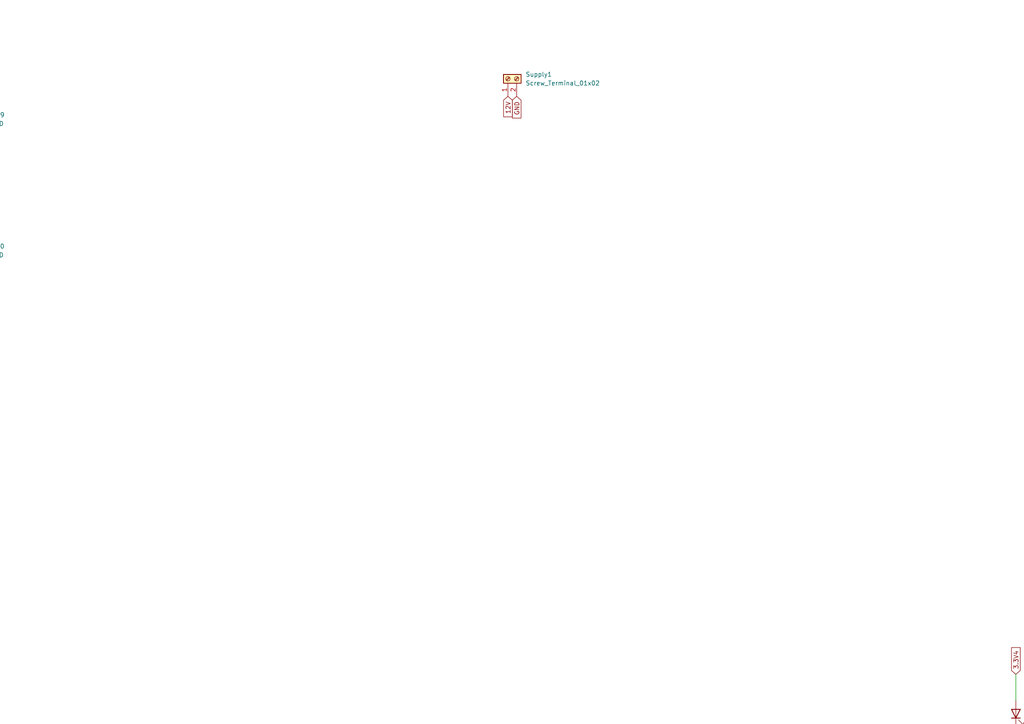
<source format=kicad_sch>
(kicad_sch (version 20231120) (generator "eeschema") (generator_version "8.0")
  (paper "A4")
  (junction (at 332.74 175.26))
  (junction (at 337.82 -101.6))
  (junction (at 314.96 163.83))
  (junction (at 325.12 -115.57))
  (junction (at 349.25 163.83))
  (junction (at 351.79 -115.57))
  (junction (at 43.18 -107.95))
  (junction (at 26.67 -96.52))
  (junction (at -41.91 127))
  (junction (at -59.69 118.11))
  (junction (at 8.89 -107.95))
  (junction (at -25.4 115.57))
  (wire (pts (xy -72.39 275.59) (xy -72.39 281.94)))
  (wire (pts (xy 363.22 54.61) (xy 363.22 60.96)))
  (wire (pts (xy 335.28 -60.96) (xy 335.28 -54.61)))
  (wire (pts (xy 294.64 331.47) (xy 294.64 337.82)))
  (wire (pts (xy -66.04 -2.54) (xy -66.04 3.81)))
  (wire (pts (xy -6.35 -76.2) (xy -6.35 -69.85)))
  (wire (pts (xy 294.64 210.82) (xy 294.64 217.17)))
  (wire (pts (xy 306.07 196.85) (xy 306.07 203.2)))
  (wire (pts (xy 8.89 -96.52) (xy 26.67 -96.52)))
  (wire (pts (xy -55.88 -2.54) (xy -55.88 3.81)))
  (wire (pts (xy 314.96 163.83) (xy 314.96 167.64)))
  (wire (pts (xy 337.82 69.85) (xy 337.82 64.77)))
  (wire (pts (xy 337.82 53.34) (xy 337.82 57.15)))
  (wire (pts (xy -38.1 316.23) (xy -38.1 322.58)))
  (wire (pts (xy -29.21 -76.2) (xy -29.21 -69.85)))
  (wire (pts (xy -2.54 -107.95) (xy 8.89 -107.95)))
  (wire (pts (xy -62.23 354.33) (xy -62.23 360.68)))
  (wire (pts (xy -59.69 127) (xy -41.91 127)))
  (wire (pts (xy 308.61 330.2) (xy 308.61 336.55)))
  (wire (pts (xy -50.8 198.12) (xy -50.8 204.47)))
  (wire (pts (xy -59.69 118.11) (xy -59.69 119.38)))
  (wire (pts (xy 294.64 289.56) (xy 294.64 295.91)))
  (wire (pts (xy 317.5 290.83) (xy 317.5 297.18)))
  (wire (pts (xy 337.82 -101.6) (xy 337.82 -91.44)))
  (wire (pts (xy 344.17 250.19) (xy 344.17 256.54)))
  (wire (pts (xy 351.79 15.24) (xy 351.79 21.59)))
  (wire (pts (xy -25.4 316.23) (xy -25.4 322.58)))
  (wire (pts (xy 294.64 195.58) (xy 294.64 203.2)))
  (wire (pts (xy -25.4 160.02) (xy -25.4 166.37)))
  (wire (pts (xy -62.23 275.59) (xy -62.23 281.94)))
  (wire (pts (xy 337.82 16.51) (xy 337.82 22.86)))
  (wire (pts (xy 363.22 92.71) (xy 363.22 99.06)))
  (wire (pts (xy 318.77 196.85) (xy 318.77 203.2)))
  (wire (pts (xy 363.22 -22.86) (xy 363.22 -16.51)))
  (wire (pts (xy -38.1 275.59) (xy -38.1 281.94)))
  (wire (pts (xy 344.17 292.1) (xy 344.17 298.45)))
  (wire (pts (xy 325.12 -101.6) (xy 337.82 -101.6)))
  (wire (pts (xy 344.17 196.85) (xy 344.17 203.2)))
  (wire (pts (xy -55.88 72.39) (xy -55.88 78.74)))
  (wire (pts (xy 349.25 -60.96) (xy 349.25 -54.61)))
  (wire (pts (xy -25.4 355.6) (xy -25.4 361.95)))
  (wire (pts (xy 323.85 368.3) (xy 323.85 374.65)))
  (wire (pts (xy -50.8 237.49) (xy -50.8 243.84)))
  (wire (pts (xy 344.17 210.82) (xy 344.17 217.17)))
  (wire (pts (xy 323.85 130.81) (xy 323.85 137.16)))
  (wire (pts (xy 308.61 247.65) (xy 308.61 252.9733)))
  (wire (pts (xy -59.69 115.57) (xy -59.69 118.11)))
  (wire (pts (xy 303.53 163.83) (xy 314.96 163.83)))
  (wire (pts (xy 337.82 92.71) (xy 337.82 99.06)))
  (wire (pts (xy -43.18 -1.27) (xy -43.18 5.08)))
  (wire (pts (xy -62.23 158.75) (xy -62.23 165.1)))
  (wire (pts (xy 358.14 209.55) (xy 358.14 215.9)))
  (wire (pts (xy 313.69 -115.57) (xy 325.12 -115.57)))
  (wire (pts (xy 340.36 163.83) (xy 349.25 163.83)))
  (wire (pts (xy -62.23 198.12) (xy -62.23 204.47)))
  (wire (pts (xy 312.42 -60.96) (xy 312.42 -54.61)))
  (wire (pts (xy -72.39 355.6) (xy -72.39 361.95)))
  (wire (pts (xy 349.25 163.83) (xy 356.87 163.83)))
  (wire (pts (xy -38.1 237.49) (xy -38.1 243.84)))
  (wire (pts (xy 311.15 54.61) (xy 311.15 60.96)))
  (wire (pts (xy -55.88 35.56) (xy -55.88 41.91)))
  (wire (pts (xy -29.21 -38.1) (xy -29.21 -31.75)))
  (wire (pts (xy 311.15 92.71) (xy 311.15 99.06)))
  (wire (pts (xy 351.79 -115.57) (xy 345.44 -115.57)))
  (wire (pts (xy 363.22 -59.69) (xy 363.22 -53.34)))
  (wire (pts (xy -6.35 -38.1) (xy -6.35 -31.75)))
  (wire (pts (xy -25.4 275.59) (xy -25.4 281.94)))
  (wire (pts (xy -29.21 73.66) (xy -29.21 80.01)))
  (wire (pts (xy 294.64 252.73) (xy 294.64 259.08)))
  (wire (pts (xy -50.8 158.75) (xy -50.8 165.1)))
  (wire (pts (xy 351.79 -104.14) (xy 351.79 -101.6)))
  (wire (pts (xy 331.47 196.85) (xy 331.47 203.2)))
  (wire (pts (xy 306.07 203.2) (xy 307.34 203.2)))
  (wire (pts (xy 311.15 -22.86) (xy 311.15 -16.51)))
  (wire (pts (xy 317.5 203.2) (xy 318.77 203.2)))
  (wire (pts (xy -38.1 355.6) (xy -38.1 361.95)))
  (wire (pts (xy 314.96 163.83) (xy 325.12 163.83)))
  (wire (pts (xy -66.04 35.56) (xy -66.04 41.91)))
  (wire (pts (xy -25.4 127) (xy -41.91 127)))
  (wire (pts (xy 349.25 175.26) (xy 349.25 173.99)))
  (wire (pts (xy -72.39 237.49) (xy -72.39 243.84)))
  (wire (pts (xy 351.79 92.71) (xy 351.79 99.06)))
  (wire (pts (xy 337.82 130.81) (xy 337.82 137.16)))
  (wire (pts (xy 8.89 -107.95) (xy 19.05 -107.95)))
  (wire (pts (xy 311.15 16.51) (xy 311.15 22.86)))
  (wire (pts (xy 8.89 -107.95) (xy 8.89 -104.14)))
  (wire (pts (xy -59.69 115.57) (xy -49.53 115.57)))
  (wire (pts (xy -43.18 36.83) (xy -43.18 43.18)))
  (wire (pts (xy 323.85 93.98) (xy 323.85 100.33)))
  (wire (pts (xy 26.67 -96.52) (xy 26.67 -90.17)))
  (wire (pts (xy -6.35 36.83) (xy -6.35 43.18)))
  (wire (pts (xy 349.25 175.26) (xy 332.74 175.26)))
  (wire (pts (xy 323.85 15.24) (xy 323.85 21.59)))
  (wire (pts (xy 363.22 15.24) (xy 363.22 21.59)))
  (wire (pts (xy 323.85 54.61) (xy 323.85 60.96)))
  (wire (pts (xy -38.1 158.75) (xy -38.1 165.1)))
  (wire (pts (xy -34.29 115.57) (xy -25.4 115.57)))
  (wire (pts (xy 351.79 54.61) (xy 351.79 60.96)))
  (wire (pts (xy 351.79 130.81) (xy 351.79 137.16)))
  (wire (pts (xy 363.22 130.81) (xy 363.22 137.16)))
  (wire (pts (xy 311.15 130.81) (xy 311.15 137.16)))
  (wire (pts (xy 331.47 290.83) (xy 331.47 297.18)))
  (wire (pts (xy -17.78 87.63) (xy -17.78 91.44)))
  (wire (pts (xy -25.4 127) (xy -25.4 125.73)))
  (wire (pts (xy 344.17 328.93) (xy 344.17 335.28)))
  (wire (pts (xy 358.14 292.1) (xy 358.14 298.45)))
  (wire (pts (xy 332.74 175.26) (xy 332.74 181.61)))
  (wire (pts (xy 308.6367 252.9733) (xy 308.6367 258.0533)))
  (wire (pts (xy -72.39 316.23) (xy -72.39 322.58)))
  (wire (pts (xy -17.78 -38.1) (xy -17.78 -31.75)))
  (wire (pts (xy 317.5 210.82) (xy 317.5 217.17)))
  (wire (pts (xy 43.18 -105.41) (xy 43.18 -107.95)))
  (wire (pts (xy -72.39 158.75) (xy -72.39 165.1)))
  (wire (pts (xy -25.4 237.49) (xy -25.4 243.84)))
  (wire (pts (xy 325.12 -115.57) (xy 330.2 -115.57)))
  (wire (pts (xy 337.82 -22.86) (xy 337.82 -19.05)))
  (wire (pts (xy -17.78 -76.2) (xy -17.78 -69.85)))
  (wire (pts (xy -55.88 -39.37) (xy -55.88 -33.02)))
  (wire (pts (xy -43.18 73.66) (xy -43.18 80.01)))
  (wire (pts (xy 337.82 -107.95) (xy 337.82 -101.6)))
  (wire (pts (xy 325.12 -115.57) (xy 325.12 -109.22)))
  (wire (pts (xy 332.74 171.45) (xy 332.74 175.26)))
  (wire (pts (xy -72.39 198.12) (xy -72.39 204.47)))
  (wire (pts (xy 322.58 -60.96) (xy 322.58 -54.61)))
  (wire (pts (xy -43.18 -38.1) (xy -43.18 -31.75)))
  (wire (pts (xy 349.25 166.37) (xy 349.25 163.83)))
  (wire (pts (xy -66.04 -76.2) (xy -66.04 -69.85)))
  (wire (pts (xy -17.78 -1.27) (xy -17.78 5.08)))
  (wire (pts (xy 43.18 -107.95) (xy 50.8 -107.95)))
  (wire (pts (xy 334.01 369.57) (xy 334.01 375.92)))
  (wire (pts (xy -6.35 74.93) (xy -6.35 81.28)))
  (wire (pts (xy -62.23 237.49) (xy -62.23 243.84)))
  (wire (pts (xy 358.14 370.84) (xy 358.14 377.19)))
  (wire (pts (xy -25.4 198.12) (xy -25.4 204.47)))
  (wire (pts (xy 314.96 175.26) (xy 332.74 175.26)))
  (wire (pts (xy -50.8 275.59) (xy -50.8 281.94)))
  (wire (pts (xy -86.36 118.11) (xy -59.69 118.11)))
  (wire (pts (xy -25.4 118.11) (xy -25.4 115.57)))
  (wire (pts (xy -41.91 127) (xy -41.91 133.35)))
  (wire (pts (xy 294.64 372.11) (xy 294.64 378.46)))
  (wire (pts (xy -29.21 0) (xy -29.21 6.35)))
  (wire (pts (xy 331.47 327.66) (xy 331.47 334.01)))
  (wire (pts (xy 308.61 290.83) (xy 308.61 297.18)))
  (wire (pts (xy 331.47 210.82) (xy 331.47 217.17)))
  (wire (pts (xy 361.95 -115.57) (xy 351.79 -115.57)))
  (wire (pts (xy -17.78 73.66) (xy -17.78 80.01)))
  (wire (pts (xy 6.35 -73.66) (xy 6.35 -67.31)))
  (wire (pts (xy 356.87 330.2) (xy 356.87 336.55)))
  (wire (pts (xy -62.23 316.23) (xy -62.23 322.58)))
  (wire (pts (xy 307.34 210.82) (xy 307.34 217.17)))
  (wire (pts (xy 337.82 -101.6) (xy 351.79 -101.6)))
  (wire (pts (xy -43.18 -76.2) (xy -43.18 -69.85)))
  (wire (pts (xy 358.14 250.19) (xy 358.14 256.54)))
  (wire (pts (xy -50.8 354.33) (xy -50.8 360.68)))
  (wire (pts (xy -66.04 -39.37) (xy -66.04 -33.02)))
  (wire (pts (xy 321.31 330.2) (xy 321.31 336.55)))
  (wire (pts (xy 351.79 -22.86) (xy 351.79 -16.51)))
  (wire (pts (xy 351.79 -115.57) (xy 351.79 -111.76)))
  (wire (pts (xy 317.5 251.46) (xy 317.5 257.81)))
  (wire (pts (xy -29.21 36.83) (xy -29.21 43.18)))
  (wire (pts (xy 43.18 -96.52) (xy 26.67 -96.52)))
  (wire (pts (xy 26.67 -100.33) (xy 26.67 -96.52)))
  (wire (pts (xy 331.47 251.46) (xy 331.47 257.81)))
  (wire (pts (xy -50.8 316.23) (xy -50.8 322.58)))
  (wire (pts (xy 308.61 369.57) (xy 308.61 375.92)))
  (wire (pts (xy -6.35 -1.27) (xy -6.35 5.08)))
  (wire (pts (xy 43.18 -96.52) (xy 43.18 -97.79)))
  (wire (pts (xy -25.4 115.57) (xy -17.78 115.57)))
  (wire (pts (xy -38.1 198.12) (xy -38.1 204.47)))
  (wire (pts (xy 346.71 370.84) (xy 346.71 377.19)))
  (wire (pts (xy -41.91 123.19) (xy -41.91 127)))
  (wire (pts (xy 358.14 195.58) (xy 358.14 201.93)))
  (wire (pts (xy 323.85 -22.86) (xy 323.85 -16.51)))
  (wire (pts (xy -66.04 72.39) (xy -66.04 78.74)))
  (wire (pts (xy -55.88 -76.2) (xy -55.88 -69.85)))
  (wire (pts (xy 34.29 -107.95) (xy 43.18 -107.95)))
  (wire (pts (xy -17.78 36.83) (xy -17.78 43.18)))
  (wire (pts (xy 308.61 252.9733) (xy 308.6367 252.9733)))
  (global_label "GND" (shape input) (at 308.61 344.17 270) (property "Intersheetrefs" "${INTERSHEET_REFS}" (effects (hide yes))))
  (global_label "3.3V1" (shape input) (at -6.35 -83.82 90) (property "Intersheetrefs" "${INTERSHEET_REFS}" (effects (hide yes))))
  (global_label "3.3V4" (shape input) (at 308.61 283.21 90) (property "Intersheetrefs" "${INTERSHEET_REFS}" (effects (hide yes))))
  (global_label "3.3V4" (shape input) (at 344.17 321.31 90) (property "Intersheetrefs" "${INTERSHEET_REFS}" (effects (hide yes))))
  (global_label "3.3V1" (shape input) (at -43.18 29.21 90) (property "Intersheetrefs" "${INTERSHEET_REFS}" (effects (hide yes))))
  (global_label "3.3V1" (shape input) (at -55.88 64.77 90) (property "Intersheetrefs" "${INTERSHEET_REFS}" (effects (hide yes))))
  (global_label "12V" (shape input) (at -2.54 -107.95 180) (property "Intersheetrefs" "${INTERSHEET_REFS}" (effects (hide yes))))
  (global_label "GND" (shape input) (at -50.8 289.56 270) (property "Intersheetrefs" "${INTERSHEET_REFS}" (effects (hide yes))))
  (global_label "3.3V1" (shape input) (at -6.35 -8.89 90) (property "Intersheetrefs" "${INTERSHEET_REFS}" (effects (hide yes))))
  (global_label "GND" (shape input) (at -17.78 50.8 270) (property "Intersheetrefs" "${INTERSHEET_REFS}" (effects (hide yes))))
  (global_label "GND" (shape input) (at -55.88 49.53 270) (property "Intersheetrefs" "${INTERSHEET_REFS}" (effects (hide yes))))
  (global_label "3.3V2" (shape input) (at 361.95 -115.57 0) (property "Intersheetrefs" "${INTERSHEET_REFS}" (effects (hide yes))))
  (global_label "GND" (shape input) (at 308.6367 265.6733 270) (property "Intersheetrefs" "${INTERSHEET_REFS}" (effects (hide yes))))
  (global_label "GND" (shape input) (at 149.86 27.94 270) (property "Intersheetrefs" "${INTERSHEET_REFS}" (effects (hide yes))))
  (global_label "3.3V3" (shape input) (at -50.8 267.97 90) (property "Intersheetrefs" "${INTERSHEET_REFS}" (effects (hide yes))))
  (global_label "GND" (shape input) (at 294.64 386.08 270) (property "Intersheetrefs" "${INTERSHEET_REFS}" (effects (hide yes))))
  (global_label "GND" (shape input) (at 317.5 265.43 270) (property "Intersheetrefs" "${INTERSHEET_REFS}" (effects (hide yes))))
  (global_label "GND" (shape input) (at -17.78 -62.23 270) (property "Intersheetrefs" "${INTERSHEET_REFS}" (effects (hide yes))))
  (global_label "GND" (shape input) (at -62.23 172.72 270) (property "Intersheetrefs" "${INTERSHEET_REFS}" (effects (hide yes))))
  (global_label "12V" (shape input) (at 303.53 163.83 180) (property "Intersheetrefs" "${INTERSHEET_REFS}" (effects (hide yes))))
  (global_label "GND" (shape input) (at 317.5 224.79 270) (property "Intersheetrefs" "${INTERSHEET_REFS}" (effects (hide yes))))
  (global_label "GND" (shape input) (at 308.61 304.8 270) (property "Intersheetrefs" "${INTERSHEET_REFS}" (effects (hide yes))))
  (global_label "3.3V3" (shape input) (at -25.4 190.5 90) (property "Intersheetrefs" "${INTERSHEET_REFS}" (effects (hide yes))))
  (global_label "GND" (shape input) (at -72.39 251.46 270) (property "Intersheetrefs" "${INTERSHEET_REFS}" (effects (hide yes))))
  (global_label "3.3V2" (shape input) (at 323.85 -30.48 90) (property "Intersheetrefs" "${INTERSHEET_REFS}" (effects (hide yes))))
  (global_label "3.3V3" (shape input) (at -50.8 308.61 90) (property "Intersheetrefs" "${INTERSHEET_REFS}" (effects (hide yes))))
  (global_label "GND" (shape input) (at 331.47 224.79 270) (property "Intersheetrefs" "${INTERSHEET_REFS}" (effects (hide yes))))
  (global_label "3.3V3" (shape input) (at -62.23 151.13 90) (property "Intersheetrefs" "${INTERSHEET_REFS}" (effects (hide yes))))
  (global_label "12V" (shape input) (at 147.32 27.94 270) (property "Intersheetrefs" "${INTERSHEET_REFS}" (effects (hide yes))))
  (global_label "GND" (shape input) (at -29.21 50.8 270) (property "Intersheetrefs" "${INTERSHEET_REFS}" (effects (hide yes))))
  (global_label "GND" (shape input) (at -38.1 289.56 270) (property "Intersheetrefs" "${INTERSHEET_REFS}" (effects (hide yes))))
  (global_label "GND" (shape input) (at 6.35 -59.69 270) (property "Intersheetrefs" "${INTERSHEET_REFS}" (effects (hide yes))))
  (global_label "GND" (shape input) (at 307.34 224.79 270) (property "Intersheetrefs" "${INTERSHEET_REFS}" (effects (hide yes))))
  (global_label "3.3V4" (shape input) (at 331.47 320.04 90) (property "Intersheetrefs" "${INTERSHEET_REFS}" (effects (hide yes))))
  (global_label "3.3V1" (shape input) (at -43.18 -83.82 90) (property "Intersheetrefs" "${INTERSHEET_REFS}" (effects (hide yes))))
  (global_label "3.3V1" (shape input) (at -29.21 -83.82 90) (property "Intersheetrefs" "${INTERSHEET_REFS}" (effects (hide yes))))
  (global_label "3.3V4" (shape input) (at 358.14 363.22 90) (property "Intersheetrefs" "${INTERSHEET_REFS}" (effects (hide yes))))
  (global_label "GND" (shape input) (at 337.82 69.85 270) (property "Intersheetrefs" "${INTERSHEET_REFS}" (effects (hide yes))))
  (global_label "3.3V4" (shape input) (at 331.47 243.84 90) (property "Intersheetrefs" "${INTERSHEET_REFS}" (effects (hide yes))))
  (global_label "GND" (shape input) (at 363.22 106.68 270) (property "Intersheetrefs" "${INTERSHEET_REFS}" (effects (hide yes))))
  (global_label "GND" (shape input) (at 294.64 345.44 270) (property "Intersheetrefs" "${INTERSHEET_REFS}" (effects (hide yes))))
  (global_label "GND" (shape input) (at -62.23 251.46 270) (property "Intersheetrefs" "${INTERSHEET_REFS}" (effects (hide yes))))
  (global_label "3.3V2" (shape input) (at 323.85 7.62 90) (property "Intersheetrefs" "${INTERSHEET_REFS}" (effects (hide yes))))
  (global_label "GND" (shape input) (at -6.35 88.9 270) (property "Intersheetrefs" "${INTERSHEET_REFS}" (effects (hide yes))))
  (global_label "3.3V4" (shape input) (at 358.14 195.58 90) (property "Intersheetrefs" "${INTERSHEET_REFS}" (effects (hide yes))))
  (global_label "3.3V2" (shape input) (at 363.22 -67.31 90) (property "Intersheetrefs" "${INTERSHEET_REFS}" (effects (hide yes))))
  (global_label "3.3V2" (shape input) (at 363.22 123.19 90) (property "Intersheetrefs" "${INTERSHEET_REFS}" (effects (hide yes))))
  (global_label "3.3V4" (shape input) (at 344.17 284.48 90) (property "Intersheetrefs" "${INTERSHEET_REFS}" (effects (hide yes))))
  (global_label "3.3V1" (shape input) (at -29.21 -7.62 90) (property "Intersheetrefs" "${INTERSHEET_REFS}" (effects (hide yes))))
  (global_label "3.3V2" (shape input) (at 349.25 -68.58 90) (property "Intersheetrefs" "${INTERSHEET_REFS}" (effects (hide yes))))
  (global_label "12V" (shape input) (at 313.69 -115.57 180) (property "Intersheetrefs" "${INTERSHEET_REFS}" (effects (hide yes))))
  (global_label "3.3V2" (shape input) (at 363.22 -30.48 90) (property "Intersheetrefs" "${INTERSHEET_REFS}" (effects (hide yes))))
  (global_label "3.3V4" (shape input) (at 306.07 196.85 90) (property "Intersheetrefs" "${INTERSHEET_REFS}" (effects (hide yes))))
  (global_label "3.3V3" (shape input) (at -62.23 190.5 90) (property "Intersheetrefs" "${INTERSHEET_REFS}" (effects (hide yes))))
  (global_label "GND" (shape input) (at 311.15 30.48 270) (property "Intersheetrefs" "${INTERSHEET_REFS}" (effects (hide yes))))
  (global_label "GND" (shape input) (at -6.35 12.7 270) (property "Intersheetrefs" "${INTERSHEET_REFS}" (effects (hide yes))))
  (global_label "3.3V2" (shape input) (at 323.85 123.19 90) (property "Intersheetrefs" "${INTERSHEET_REFS}" (effects (hide yes))))
  (global_label "3.3V3" (shape input) (at -72.39 347.98 90) (property "Intersheetrefs" "${INTERSHEET_REFS}" (effects (hide yes))))
  (global_label "GND" (shape input) (at 317.5 304.8 270) (property "Intersheetrefs" "${INTERSHEET_REFS}" (effects (hide yes))))
  (global_label "3.3V3" (shape input) (at -62.23 346.71 90) (property "Intersheetrefs" "${INTERSHEET_REFS}" (effects (hide yes))))
  (global_label "GND" (shape input) (at -55.88 11.43 270) (property "Intersheetrefs" "${INTERSHEET_REFS}" (effects (hide yes))))
  (global_label "3.3V2" (shape input) (at 337.82 123.19 90) (property "Intersheetrefs" "${INTERSHEET_REFS}" (effects (hide yes))))
  (global_label "3.3V1" (shape input) (at -66.04 27.94 90) (property "Intersheetrefs" "${INTERSHEET_REFS}" (effects (hide yes))))
  (global_label "GND" (shape input) (at 323.85 68.58 270) (property "Intersheetrefs" "${INTERSHEET_REFS}" (effects (hide yes))))
  (global_label "3.3V1" (shape input) (at -17.78 -83.82 90) (property "Intersheetrefs" "${INTERSHEET_REFS}" (effects (hide yes))))
  (global_label "GND" (shape input) (at -38.1 330.2 270) (property "Intersheetrefs" "${INTERSHEET_REFS}" (effects (hide yes))))
  (global_label "3.3V1" (shape input) (at 50.8 -107.95 0) (property "Intersheetrefs" "${INTERSHEET_REFS}" (effects (hide yes))))
  (global_label "GND" (shape input) (at 358.14 264.16 270) (property "Intersheetrefs" "${INTERSHEET_REFS}" (effects (hide yes))))
  (global_label "GND" (shape input) (at -25.4 173.99 270) (property "Intersheetrefs" "${INTERSHEET_REFS}" (effects (hide yes))))
  (global_label "3.3V3" (shape input) (at -38.1 190.5 90) (property "Intersheetrefs" "${INTERSHEET_REFS}" (effects (hide yes))))
  (global_label "3.3V3" (shape input) (at -62.23 308.61 90) (property "Intersheetrefs" "${INTERSHEET_REFS}" (effects (hide yes))))
  (global_label "GND" (shape input) (at -38.1 212.09 270) (property "Intersheetrefs" "${INTERSHEET_REFS}" (effects (hide yes))))
  (global_label "3.3V3" (shape input) (at -25.4 308.61 90) (property "Intersheetrefs" "${INTERSHEET_REFS}" (effects (hide yes))))
  (global_label "GND" (shape input) (at -66.04 -25.4 270) (property "Intersheetrefs" "${INTERSHEET_REFS}" (effects (hide yes))))
  (global_label "3.3V1" (shape input) (at -17.78 -45.72 90) (property "Intersheetrefs" "${INTERSHEET_REFS}" (effects (hide yes))))
  (global_label "3.3V2" (shape input) (at 311.15 8.89 90) (property "Intersheetrefs" "${INTERSHEET_REFS}" (effects (hide yes))))
  (global_label "3.3V2" (shape input) (at 311.15 46.99 90) (property "Intersheetrefs" "${INTERSHEET_REFS}" (effects (hide yes))))
  (global_label "3.3V2" (shape input) (at 351.79 46.99 90) (property "Intersheetrefs" "${INTERSHEET_REFS}" (effects (hide yes))))
  (global_label "GND" (shape input) (at 363.22 68.58 270) (property "Intersheetrefs" "${INTERSHEET_REFS}" (effects (hide yes))))
  (global_label "3.3V4" (shape input) (at 308.61 322.58 90) (property "Intersheetrefs" "${INTERSHEET_REFS}" (effects (hide yes))))
  (global_label "GND" (shape input) (at -62.23 212.09 270) (property "Intersheetrefs" "${INTERSHEET_REFS}" (effects (hide yes))))
  (global_label "3.3V2" (shape input) (at 312.42 -68.58 90) (property "Intersheetrefs" "${INTERSHEET_REFS}" (effects (hide yes))))
  (global_label "3.3V4" (shape input) (at 317.5 283.21 90) (property "Intersheetrefs" "${INTERSHEET_REFS}" (effects (hide yes))))
  (global_label "GND" (shape input) (at 311.15 68.58 270) (property "Intersheetrefs" "${INTERSHEET_REFS}" (effects (hide yes))))
  (global_label "GND" (shape input) (at -25.4 289.56 270) (property "Intersheetrefs" "${INTERSHEET_REFS}" (effects (hide yes))))
  (global_label "GND" (shape input) (at -72.39 172.72 270) (property "Intersheetrefs" "${INTERSHEET_REFS}" (effects (hide yes))))
  (global_label "GND" (shape input) (at 344.17 264.16 270) (property "Intersheetrefs" "${INTERSHEET_REFS}" (effects (hide yes))))
  (global_label "GND" (shape input) (at -55.88 -62.23 270) (property "Intersheetrefs" "${INTERSHEET_REFS}" (effects (hide yes))))
  (global_label "GND" (shape input) (at -50.8 251.46 270) (property "Intersheetrefs" "${INTERSHEET_REFS}" (effects (hide yes))))
  (global_label "3.3V3" (shape input) (at -72.39 229.87 90) (property "Intersheetrefs" "${INTERSHEET_REFS}" (effects (hide yes))))
  (global_label "GND" (shape input) (at 363.22 -45.72 270) (property "Intersheetrefs" "${INTERSHEET_REFS}" (effects (hide yes))))
  (global_label "3.3V3" (shape input) (at -72.39 190.5 90) (property "Intersheetrefs" "${INTERSHEET_REFS}" (effects (hide yes))))
  (global_label "3.3V2" (shape input) (at 337.82 85.09 90) (property "Intersheetrefs" "${INTERSHEET_REFS}" (effects (hide yes))))
  (global_label "GND" (shape input) (at -41.91 133.35 270) (property "Intersheetrefs" "${INTERSHEET_REFS}" (effects (hide yes))))
  (global_label "3.3V3" (shape input) (at -50.8 151.13 90) (property "Intersheetrefs" "${INTERSHEET_REFS}" (effects (hide yes))))
  (global_label "3.3V1" (shape input) (at -17.78 66.04 90) (property "Intersheetrefs" "${INTERSHEET_REFS}" (effects (hide yes))))
  (global_label "GND" (shape input) (at -62.23 289.56 270) (property "Intersheetrefs" "${INTERSHEET_REFS}" (effects (hide yes))))
  (global_label "3.3V4" (shape input) (at 294.64 281.94 90) (property "Intersheetrefs" "${INTERSHEET_REFS}" (effects (hide yes))))
  (global_label "GND" (shape input) (at -17.78 12.7 270) (property "Intersheetrefs" "${INTERSHEET_REFS}" (effects (hide yes))))
  (global_label "3.3V2" (shape input) (at 311.15 123.19 90) (property "Intersheetrefs" "${INTERSHEET_REFS}" (effects (hide yes))))
  (global_label "GND" (shape input) (at 294.64 266.7 270) (property "Intersheetrefs" "${INTERSHEET_REFS}" (effects (hide yes))))
  (global_label "GND" (shape input) (at 312.42 -46.99 270) (property "Intersheetrefs" "${INTERSHEET_REFS}" (effects (hide yes))))
  (global_label "3.3V2" (shape input) (at 351.79 123.19 90) (property "Intersheetrefs" "${INTERSHEET_REFS}" (effects (hide yes))))
  (global_label "GND" (shape input) (at 323.85 144.78 270) (property "Intersheetrefs" "${INTERSHEET_REFS}" (effects (hide yes))))
  (global_label "GND" (shape input) (at 332.74 181.61 270) (property "Intersheetrefs" "${INTERSHEET_REFS}" (effects (hide yes))))
  (global_label "GND" (shape input) (at -72.39 212.09 270) (property "Intersheetrefs" "${INTERSHEET_REFS}" (effects (hide yes))))
  (global_label "GND" (shape input) (at 358.14 223.52 270) (property "Intersheetrefs" "${INTERSHEET_REFS}" (effects (hide yes))))
  (global_label "3.3V1" (shape input) (at -29.21 -45.72 90) (property "Intersheetrefs" "${INTERSHEET_REFS}" (effects (hide yes))))
  (global_label "3.3V1" (shape input) (at -55.88 -46.99 90) (property "Intersheetrefs" "${INTERSHEET_REFS}" (effects (hide yes))))
  (global_label "3.3V4" (shape input) (at 356.87 163.83 0) (property "Intersheetrefs" "${INTERSHEET_REFS}" (effects (hide yes))))
  (global_label "GND" (shape input) (at 351.79 -8.89 270) (property "Intersheetrefs" "${INTERSHEET_REFS}" (effects (hide yes))))
  (global_label "GND" (shape input) (at -62.23 330.2 270) (property "Intersheetrefs" "${INTERSHEET_REFS}" (effects (hide yes))))
  (global_label "GND" (shape input) (at -50.8 172.72 270) (property "Intersheetrefs" "${INTERSHEET_REFS}" (effects (hide yes))))
  (global_label "12V" (shape input) (at -86.36 118.11 180) (property "Intersheetrefs" "${INTERSHEET_REFS}" (effects (hide yes))))
  (global_label "GND" (shape input) (at 351.79 68.58 270) (property "Intersheetrefs" "${INTERSHEET_REFS}" (effects (hide yes))))
  (global_label "3.3V1" (shape input) (at -66.04 -10.16 90) (property "Intersheetrefs" "${INTERSHEET_REFS}" (effects (hide yes))))
  (global_label "GND" (shape input) (at -17.78 -24.13 270) (property "Intersheetrefs" "${INTERSHEET_REFS}" (effects (hide yes))))
  (global_label "GND" (shape input) (at 322.58 -46.99 270) (property "Intersheetrefs" "${INTERSHEET_REFS}" (effects (hide yes))))
  (global_label "GND" (shape input) (at 311.15 144.78 270) (property "Intersheetrefs" "${INTERSHEET_REFS}" (effects (hide yes))))
  (global_label "3.3V3" (shape input) (at -38.1 151.13 90) (property "Intersheetrefs" "${INTERSHEET_REFS}" (effects (hide yes))))
  (global_label "3.3V4" (shape input) (at 334.01 361.95 90) (property "Intersheetrefs" "${INTERSHEET_REFS}" (effects (hide yes))))
  (global_label "GND" (shape input) (at -50.8 330.2 270) (property "Intersheetrefs" "${INTERSHEET_REFS}" (effects (hide yes))))
  (global_label "GND" (shape input) (at -25.4 251.46 270) (property "Intersheetrefs" "${INTERSHEET_REFS}" (effects (hide yes))))
  (global_label "GND" (shape input) (at -66.04 86.36 270) (property "Intersheetrefs" "${INTERSHEET_REFS}" (effects (hide yes))))
  (global_label "3.3V1" (shape input) (at -55.88 -83.82 90) (property "Intersheetrefs" "${INTERSHEET_REFS}" (effects (hide yes))))
  (global_label "3.3V4" (shape input) (at 294.64 323.85 90) (property "Intersheetrefs" "${INTERSHEET_REFS}" (effects (hide yes))))
  (global_label "3.3V1" (shape input) (at -6.35 67.31 90) (property "Intersheetrefs" "${INTERSHEET_REFS}" (effects (hide yes))))
  (global_label "3.3V2" (shape input) (at 323.85 86.36 90) (property "Intersheetrefs" "${INTERSHEET_REFS}" (effects (hide yes))))
  (global_label "GND" (shape input) (at 308.61 383.54 270) (property "Intersheetrefs" "${INTERSHEET_REFS}" (effects (hide yes))))
  (global_label "GND" (shape input) (at 337.82 106.68 270) (property "Intersheetrefs" "${INTERSHEET_REFS}" (effects (hide yes))))
  (global_label "3.3V2" (shape input) (at 363.22 7.62 90) (property "Intersheetrefs" "${INTERSHEET_REFS}" (effects (hide yes))))
  (global_label "GND" (shape input) (at 323.85 107.95 270) (property "Intersheetrefs" "${INTERSHEET_REFS}" (effects (hide yes))))
  (global_label "GND" (shape input) (at 323.85 382.27 270) (property "Intersheetrefs" "${INTERSHEET_REFS}" (effects (hide yes))))
  (global_label "GND" (shape input) (at -72.39 369.57 270) (property "Intersheetrefs" "${INTERSHEET_REFS}" (effects (hide yes))))
  (global_label "3.3V4" (shape input) (at 344.17 196.85 90) (property "Intersheetrefs" "${INTERSHEET_REFS}" (effects (hide yes))))
  (global_label "GND" (shape input) (at -25.4 212.09 270) (property "Intersheetrefs" "${INTERSHEET_REFS}" (effects (hide yes))))
  (global_label "3.3V4" (shape input) (at 317.5 243.84 90) (property "Intersheetrefs" "${INTERSHEET_REFS}" (effects (hide yes))))
  (global_label "GND" (shape input) (at -62.23 368.3 270) (property "Intersheetrefs" "${INTERSHEET_REFS}" (effects (hide yes))))
  (global_label "3.3V2" (shape input) (at 311.15 85.09 90) (property "Intersheetrefs" "${INTERSHEET_REFS}" (effects (hide yes))))
  (global_label "3.3V3" (shape input) (at -25.4 229.87 90) (property "Intersheetrefs" "${INTERSHEET_REFS}" (effects (hide yes))))
  (global_label "GND" (shape input) (at 337.82 -91.44 270) (property "Intersheetrefs" "${INTERSHEET_REFS}" (effects (hide yes))))
  (global_label "3.3V1" (shape input) (at -17.78 29.21 90) (property "Intersheetrefs" "${INTERSHEET_REFS}" (effects (hide yes))))
  (global_label "GND" (shape input) (at -43.18 12.7 270) (property "Intersheetrefs" "${INTERSHEET_REFS}" (effects (hide yes))))
  (global_label "GND" (shape input) (at -50.8 212.09 270) (property "Intersheetrefs" "${INTERSHEET_REFS}" (effects (hide yes))))
  (global_label "GND" (shape input) (at 351.79 29.21 270) (property "Intersheetrefs" "${INTERSHEET_REFS}" (effects (hide yes))))
  (global_label "3.3V1" (shape input) (at -29.21 29.21 90) (property "Intersheetrefs" "${INTERSHEET_REFS}" (effects (hide yes))))
  (global_label "3.3V4" (shape input) (at 294.64 195.58 90) (property "Intersheetrefs" "${INTERSHEET_REFS}" (effects (hide yes))))
  (global_label "GND" (shape input) (at -72.39 289.56 270) (property "Intersheetrefs" "${INTERSHEET_REFS}" (effects (hide yes))))
  (global_label "3.3V4" (shape input) (at 331.47 283.21 90) (property "Intersheetrefs" "${INTERSHEET_REFS}" (effects (hide yes))))
  (global_label "3.3V1" (shape input) (at -43.18 66.04 90) (property "Intersheetrefs" "${INTERSHEET_REFS}" (effects (hide yes))))
  (global_label "GND" (shape input) (at 26.67 -90.17 270) (property "Intersheetrefs" "${INTERSHEET_REFS}" (effects (hide yes))))
  (global_label "3.3V4" (shape input) (at 331.47 196.85 90) (property "Intersheetrefs" "${INTERSHEET_REFS}" (effects (hide yes))))
  (global_label "GND" (shape input) (at 363.22 29.21 270) (property "Intersheetrefs" "${INTERSHEET_REFS}" (effects (hide yes))))
  (global_label "3.3V3" (shape input) (at -38.1 308.61 90) (property "Intersheetrefs" "${INTERSHEET_REFS}" (effects (hide yes))))
  (global_label "GND" (shape input) (at -29.21 13.97 270) (property "Intersheetrefs" "${INTERSHEET_REFS}" (effects (hide yes))))
  (global_label "3.3V3" (shape input) (at -38.1 229.87 90) (property "Intersheetrefs" "${INTERSHEET_REFS}" (effects (hide yes))))
  (global_label "GND" (shape input) (at -55.88 86.36 270) (property "Intersheetrefs" "${INTERSHEET_REFS}" (effects (hide yes))))
  (global_label "GND" (shape input) (at 323.85 -8.89 270) (property "Intersheetrefs" "${INTERSHEET_REFS}" (effects (hide yes))))
  (global_label "3.3V1" (shape input) (at -66.04 -46.99 90) (property "Intersheetrefs" "${INTERSHEET_REFS}" (effects (hide yes))))
  (global_label "GND" (shape input) (at -43.18 -24.13 270) (property "Intersheetrefs" "${INTERSHEET_REFS}" (effects (hide yes))))
  (global_label "3.3V4" (shape input) (at 344.17 242.57 90) (property "Intersheetrefs" "${INTERSHEET_REFS}" (effects (hide yes))))
  (global_label "3.3V4" (shape input) (at 308.61 240.03 90) (property "Intersheetrefs" "${INTERSHEET_REFS}" (effects (hide yes))))
  (global_label "GND" (shape input) (at -17.78 91.44 270) (property "Intersheetrefs" "${INTERSHEET_REFS}" (effects (hide yes))))
  (global_label "3.3V2" (shape input) (at 337.82 45.72 90) (property "Intersheetrefs" "${INTERSHEET_REFS}" (effects (hide yes))))
  (global_label "3.3V3" (shape input) (at -50.8 346.71 90) (property "Intersheetrefs" "${INTERSHEET_REFS}" (effects (hide yes))))
  (global_label "GND" (shape input) (at -6.35 -62.23 270) (property "Intersheetrefs" "${INTERSHEET_REFS}" (effects (hide yes))))
  (global_label "GND" (shape input) (at 337.82 144.78 270) (property "Intersheetrefs" "${INTERSHEET_REFS}" (effects (hide yes))))
  (global_label "3.3V1" (shape input) (at -6.35 -45.72 90) (property "Intersheetrefs" "${INTERSHEET_REFS}" (effects (hide yes))))
  (global_label "GND" (shape input) (at 337.82 30.48 270) (property "Intersheetrefs" "${INTERSHEET_REFS}" (effects (hide yes))))
  (global_label "GND" (shape input) (at 334.01 383.54 270) (property "Intersheetrefs" "${INTERSHEET_REFS}" (effects (hide yes))))
  (global_label "3.3V1" (shape input) (at -43.18 -8.89 90) (property "Intersheetrefs" "${INTERSHEET_REFS}" (effects (hide yes))))
  (global_label "3.3V2" (shape input) (at 337.82 8.89 90) (property "Intersheetrefs" "${INTERSHEET_REFS}" (effects (hide yes))))
  (global_label "GND" (shape input) (at -43.18 -62.23 270) (property "Intersheetrefs" "${INTERSHEET_REFS}" (effects (hide yes))))
  (global_label "GND" (shape input) (at 344.17 224.79 270) (property "Intersheetrefs" "${INTERSHEET_REFS}" (effects (hide yes))))
  (global_label "3.3V2" (shape input) (at 351.79 85.09 90) (property "Intersheetrefs" "${INTERSHEET_REFS}" (effects (hide yes))))
  (global_label "GND" (shape input) (at 351.79 106.68 270) (property "Intersheetrefs" "${INTERSHEET_REFS}" (effects (hide yes))))
  (global_label "3.3V3" (shape input) (at -72.39 308.61 90) (property "Intersheetrefs" "${INTERSHEET_REFS}" (effects (hide yes))))
  (global_label "GND" (shape input) (at -38.1 251.46 270) (property "Intersheetrefs" "${INTERSHEET_REFS}" (effects (hide yes))))
  (global_label "GND" (shape input) (at -66.04 11.43 270) (property "Intersheetrefs" "${INTERSHEET_REFS}" (effects (hide yes))))
  (global_label "GND" (shape input) (at 294.64 303.53 270) (property "Intersheetrefs" "${INTERSHEET_REFS}" (effects (hide yes))))
  (global_label "3.3V2" (shape input) (at 322.58 -68.58 90) (property "Intersheetrefs" "${INTERSHEET_REFS}" (effects (hide yes))))
  (global_label "3.3V3" (shape input) (at -72.39 151.13 90) (property "Intersheetrefs" "${INTERSHEET_REFS}" (effects (hide yes))))
  (global_label "3.3V1" (shape input) (at -43.18 -45.72 90) (property "Intersheetrefs" "${INTERSHEET_REFS}" (effects (hide yes))))
  (global_label "3.3V3" (shape input) (at -38.1 267.97 90) (property "Intersheetrefs" "${INTERSHEET_REFS}" (effects (hide yes))))
  (global_label "3.3V2" (shape input) (at 351.79 7.62 90) (property "Intersheetrefs" "${INTERSHEET_REFS}" (effects (hide yes))))
  (global_label "GND" (shape input) (at -25.4 369.57 270) (property "Intersheetrefs" "${INTERSHEET_REFS}" (effects (hide yes))))
  (global_label "3.3V1" (shape input) (at -55.88 -10.16 90) (property "Intersheetrefs" "${INTERSHEET_REFS}" (effects (hide yes))))
  (global_label "3.3V2" (shape input) (at 363.22 46.99 90) (property "Intersheetrefs" "${INTERSHEET_REFS}" (effects (hide yes))))
  (global_label "3.3V2" (shape input) (at 323.85 46.99 90) (property "Intersheetrefs" "${INTERSHEET_REFS}" (effects (hide yes))))
  (global_label "3.3V3" (shape input) (at -50.8 190.5 90) (property "Intersheetrefs" "${INTERSHEET_REFS}" (effects (hide yes))))
  (global_label "GND" (shape input) (at -43.18 87.63 270) (property "Intersheetrefs" "${INTERSHEET_REFS}" (effects (hide yes))))
  (global_label "3.3V2" (shape input) (at 335.28 -68.58 90) (property "Intersheetrefs" "${INTERSHEET_REFS}" (effects (hide yes))))
  (global_label "3.3V4" (shape input) (at 308.61 361.95 90) (property "Intersheetrefs" "${INTERSHEET_REFS}" (effects (hide yes))))
  (global_label "3.3V4" (shape input) (at 358.14 284.48 90) (property "Intersheetrefs" "${INTERSHEET_REFS}" (effects (hide yes))))
  (global_label "GND" (shape input) (at -50.8 368.3 270) (property "Intersheetrefs" "${INTERSHEET_REFS}" (effects (hide yes))))
  (global_label "GND" (shape input) (at 331.47 341.63 270) (property "Intersheetrefs" "${INTERSHEET_REFS}" (effects (hide yes))))
  (global_label "3.3V3" (shape input) (at -25.4 347.98 90) (property "Intersheetrefs" "${INTERSHEET_REFS}" (effects (hide yes))))
  (global_label "GND" (shape input) (at -43.18 50.8 270) (property "Intersheetrefs" "${INTERSHEET_REFS}" (effects (hide yes))))
  (global_label "GND" (shape input) (at 363.22 -8.89 270) (property "Intersheetrefs" "${INTERSHEET_REFS}" (effects (hide yes))))
  (global_label "3.3V1" (shape input) (at 6.35 -81.28 90) (property "Intersheetrefs" "${INTERSHEET_REFS}" (effects (hide yes))))
  (global_label "3.3V4" (shape input) (at 323.85 360.68 90) (property "Intersheetrefs" "${INTERSHEET_REFS}" (effects (hide yes))))
  (global_label "GND" (shape input) (at 351.79 144.78 270) (property "Intersheetrefs" "${INTERSHEET_REFS}" (effects (hide yes))))
  (global_label "GND" (shape input) (at -6.35 -24.13 270) (property "Intersheetrefs" "${INTERSHEET_REFS}" (effects (hide yes))))
  (global_label "GND" (shape input) (at 346.71 384.81 270) (property "Intersheetrefs" "${INTERSHEET_REFS}" (effects (hide yes))))
  (global_label "3.3V2" (shape input) (at 363.22 85.09 90) (property "Intersheetrefs" "${INTERSHEET_REFS}" (effects (hide yes))))
  (global_label "3.3V4" (shape input) (at 294.64 245.11 90) (property "Intersheetrefs" "${INTERSHEET_REFS}" (effects (hide yes))))
  (global_label "3.3V3" (shape input) (at -62.23 267.97 90) (property "Intersheetrefs" "${INTERSHEET_REFS}" (effects (hide yes))))
  (global_label "3.3V3" (shape input) (at -72.39 267.97 90) (property "Intersheetrefs" "${INTERSHEET_REFS}" (effects (hide yes))))
  (global_label "GND" (shape input) (at -38.1 172.72 270) (property "Intersheetrefs" "${INTERSHEET_REFS}" (effects (hide yes))))
  (global_label "GND" (shape input) (at -72.39 330.2 270) (property "Intersheetrefs" "${INTERSHEET_REFS}" (effects (hide yes))))
  (global_label "3.3V2" (shape input) (at 311.15 -30.48 90) (property "Intersheetrefs" "${INTERSHEET_REFS}" (effects (hide yes))))
  (global_label "GND" (shape input) (at 363.22 144.78 270) (property "Intersheetrefs" "${INTERSHEET_REFS}" (effects (hide yes))))
  (global_label "3.3V1" (shape input) (at -66.04 64.77 90) (property "Intersheetrefs" "${INTERSHEET_REFS}" (effects (hide yes))))
  (global_label "3.3V1" (shape input) (at -17.78 -8.89 90) (property "Intersheetrefs" "${INTERSHEET_REFS}" (effects (hide yes))))
  (global_label "GND" (shape input) (at 344.17 306.07 270) (property "Intersheetrefs" "${INTERSHEET_REFS}" (effects (hide yes))))
  (global_label "3.3V4" (shape input) (at 318.77 196.85 90) (property "Intersheetrefs" "${INTERSHEET_REFS}" (effects (hide yes))))
  (global_label "3.3V4" (shape input) (at 321.31 322.58 90) (property "Intersheetrefs" "${INTERSHEET_REFS}" (effects (hide yes))))
  (global_label "3.3V3" (shape input) (at -25.4 267.97 90) (property "Intersheetrefs" "${INTERSHEET_REFS}" (effects (hide yes))))
  (global_label "3.3V3" (shape input) (at -50.8 229.87 90) (property "Intersheetrefs" "${INTERSHEET_REFS}" (effects (hide yes))))
  (global_label "GND" (shape input) (at 358.14 306.07 270) (property "Intersheetrefs" "${INTERSHEET_REFS}" (effects (hide yes))))
  (global_label "3.3V2" (shape input) (at 337.82 -30.48 90) (property "Intersheetrefs" "${INTERSHEET_REFS}" (effects (hide yes))))
  (global_label "GND" (shape input) (at 311.15 106.68 270) (property "Intersheetrefs" "${INTERSHEET_REFS}" (effects (hide yes))))
  (global_label "GND" (shape input) (at -29.21 -62.23 270) (property "Intersheetrefs" "${INTERSHEET_REFS}" (effects (hide yes))))
  (global_label "3.3V4" (shape input) (at 294.64 364.49 90) (property "Intersheetrefs" "${INTERSHEET_REFS}" (effects (hide yes))))
  (global_label "GND" (shape input) (at -6.35 50.8 270) (property "Intersheetrefs" "${INTERSHEET_REFS}" (effects (hide yes))))
  (global_label "GND" (shape input) (at -29.21 87.63 270) (property "Intersheetrefs" "${INTERSHEET_REFS}" (effects (hide yes))))
  (global_label "GND" (shape input) (at 331.47 265.43 270) (property "Intersheetrefs" "${INTERSHEET_REFS}" (effects (hide yes))))
  (global_label "3.3V2" (shape input) (at 351.79 -30.48 90) (property "Intersheetrefs" "${INTERSHEET_REFS}" (effects (hide yes))))
  (global_label "GND" (shape input) (at 321.31 344.17 270) (property "Intersheetrefs" "${INTERSHEET_REFS}" (effects (hide yes))))
  (global_label "3.3V3" (shape input) (at -38.1 347.98 90) (property "Intersheetrefs" "${INTERSHEET_REFS}" (effects (hide yes))))
  (global_label "3.3V1" (shape input) (at -66.04 -83.82 90) (property "Intersheetrefs" "${INTERSHEET_REFS}" (effects (hide yes))))
  (global_label "GND" (shape input) (at 349.25 -46.99 270) (property "Intersheetrefs" "${INTERSHEET_REFS}" (effects (hide yes))))
  (global_label "GND" (shape input) (at 356.87 344.17 270) (property "Intersheetrefs" "${INTERSHEET_REFS}" (effects (hide yes))))
  (global_label "3.3V3" (shape input) (at -25.4 152.4 90) (property "Intersheetrefs" "${INTERSHEET_REFS}" (effects (hide yes))))
  (global_label "GND" (shape input) (at 311.15 -8.89 270) (property "Intersheetrefs" "${INTERSHEET_REFS}" (effects (hide yes))))
  (global_label "GND" (shape input) (at 323.85 29.21 270) (property "Intersheetrefs" "${INTERSHEET_REFS}" (effects (hide yes))))
  (global_label "GND" (shape input) (at 344.17 342.9 270) (property "Intersheetrefs" "${INTERSHEET_REFS}" (effects (hide yes))))
  (global_label "GND" (shape input) (at -29.21 -24.13 270) (property "Intersheetrefs" "${INTERSHEET_REFS}" (effects (hide yes))))
  (global_label "GND" (shape input) (at 337.82 -11.43 270) (property "Intersheetrefs" "${INTERSHEET_REFS}" (effects (hide yes))))
  (global_label "GND" (shape input) (at -66.04 -62.23 270) (property "Intersheetrefs" "${INTERSHEET_REFS}" (effects (hide yes))))
  (global_label "GND" (shape input) (at 335.28 -46.99 270) (property "Intersheetrefs" "${INTERSHEET_REFS}" (effects (hide yes))))
  (global_label "GND" (shape input) (at -66.04 49.53 270) (property "Intersheetrefs" "${INTERSHEET_REFS}" (effects (hide yes))))
  (global_label "3.3V3" (shape input) (at -17.78 115.57 0) (property "Intersheetrefs" "${INTERSHEET_REFS}" (effects (hide yes))))
  (global_label "GND" (shape input) (at 294.64 224.79 270) (property "Intersheetrefs" "${INTERSHEET_REFS}" (effects (hide yes))))
  (global_label "3.3V3" (shape input) (at -62.23 229.87 90) (property "Intersheetrefs" "${INTERSHEET_REFS}" (effects (hide yes))))
  (global_label "GND" (shape input) (at -38.1 369.57 270) (property "Intersheetrefs" "${INTERSHEET_REFS}" (effects (hide yes))))
  (global_label "GND" (shape input) (at -55.88 -25.4 270) (property "Intersheetrefs" "${INTERSHEET_REFS}" (effects (hide yes))))
  (global_label "GND" (shape input) (at 331.47 304.8 270) (property "Intersheetrefs" "${INTERSHEET_REFS}" (effects (hide yes))))
  (global_label "3.3V4" (shape input) (at 346.71 363.22 90) (property "Intersheetrefs" "${INTERSHEET_REFS}" (effects (hide yes))))
  (global_label "3.3V4" (shape input) (at 356.87 322.58 90) (property "Intersheetrefs" "${INTERSHEET_REFS}" (effects (hide yes))))
  (global_label "3.3V1" (shape input) (at -29.21 66.04 90) (property "Intersheetrefs" "${INTERSHEET_REFS}" (effects (hide yes))))
  (global_label "3.3V1" (shape input) (at -6.35 29.21 90) (property "Intersheetrefs" "${INTERSHEET_REFS}" (effects (hide yes))))
  (global_label "3.3V4" (shape input) (at 358.14 242.57 90) (property "Intersheetrefs" "${INTERSHEET_REFS}" (effects (hide yes))))
  (global_label "GND" (shape input) (at 358.14 384.81 270) (property "Intersheetrefs" "${INTERSHEET_REFS}" (effects (hide yes))))
  (global_label "3.3V1" (shape input) (at -55.88 27.94 90) (property "Intersheetrefs" "${INTERSHEET_REFS}" (effects (hide yes))))
  (global_label "GND" (shape input) (at -25.4 330.2 270) (property "Intersheetrefs" "${INTERSHEET_REFS}" (effects (hide yes))))
  (symbol (lib_id "Device:R") (at -29.21 -27.94 0) (unit 1)
    (property "Reference" "R15" (at -26.67 -29.2101 0) (effects (justify left)))
    (property "Value" "R" (at -26.67 -26.6701 0) (effects (justify left)))
    (property "Footprint" "Resistor_THT:R_Axial_DIN0204_L3.6mm_D1.6mm_P2.54mm_Vertical" (effects (hide yes)))
    (property "Description" "Resistor" (effects (hide yes)))
  )
  (symbol (lib_id "Device:R") (at 323.85 140.97 0) (unit 1)
    (property "Reference" "R63" (at 326.39 139.6999 0) (effects (justify left)))
    (property "Value" "R" (at 326.39 142.2399 0) (effects (justify left)))
    (property "Footprint" "Resistor_THT:R_Axial_DIN0204_L3.6mm_D1.6mm_P2.54mm_Vertical" (effects (hide yes)))
    (property "Description" "Resistor" (effects (hide yes)))
  )
  (symbol (lib_id "Device:R") (at 312.42 -50.8 0) (unit 1)
    (property "Reference" "R7" (at 314.96 -52.0701 0) (effects (justify left)))
    (property "Value" "R" (at 314.96 -49.5301 0) (effects (justify left)))
    (property "Footprint" "Resistor_THT:R_Axial_DIN0204_L3.6mm_D1.6mm_P2.54mm_Vertical" (effects (hide yes)))
    (property "Description" "Resistor" (effects (hide yes)))
  )
  (symbol (lib_id "Device:LED") (at -25.4 233.68 90) (unit 1)
    (property "Reference" "D82" (at -21.59 233.9974 90) (effects (justify right)))
    (property "Value" "LED" (at -21.59 236.5374 90) (effects (justify right)))
    (property "Footprint" "LED_THT:LED_D5.0mm" (effects (hide yes)))
    (property "Description" "Light emitting diode" (effects (hide yes)))
  )
  (symbol (lib_id "Device:LED") (at -17.78 -5.08 90) (unit 1)
    (property "Reference" "D27" (at -14.732 -5.08 90) (effects (justify right)))
    (property "Value" "LED" (at -14.732 -2.54 90) (effects (justify right)))
    (property "Footprint" "LED_THT:LED_D5.0mm" (effects (hide yes)))
    (property "Description" "Light emitting diode" (effects (hide yes)))
  )
  (symbol (lib_id "Device:LED") (at 363.22 88.9 90) (unit 1)
    (property "Reference" "D55" (at 367.03 89.2174 90) (effects (justify right)))
    (property "Value" "LED" (at 367.03 91.7574 90) (effects (justify right)))
    (property "Footprint" "LED_THT:LED_D5.0mm" (effects (hide yes)))
    (property "Description" "Light emitting diode" (effects (hide yes)))
  )
  (symbol (lib_id "Device:R") (at 317.5 300.99 0) (unit 1)
    (property "Reference" "R96" (at 320.04 299.7199 0) (effects (justify left)))
    (property "Value" "R" (at 320.04 302.2599 0) (effects (justify left)))
    (property "Footprint" "Resistor_THT:R_Axial_DIN0204_L3.6mm_D1.6mm_P2.54mm_Vertical" (effects (hide yes)))
    (property "Description" "Resistor" (effects (hide yes)))
  )
  (symbol (lib_id "Device:R") (at -43.18 46.99 0) (unit 1)
    (property "Reference" "R36" (at -40.64 45.7199 0) (effects (justify left)))
    (property "Value" "R" (at -40.64 48.2599 0) (effects (justify left)))
    (property "Footprint" "Resistor_THT:R_Axial_DIN0204_L3.6mm_D1.6mm_P2.54mm_Vertical" (effects (hide yes)))
    (property "Description" "Resistor" (effects (hide yes)))
  )
  (symbol (lib_id "Device:R") (at -72.39 168.91 0) (unit 1)
    (property "Reference" "R56" (at -69.85 167.6399 0) (effects (justify left)))
    (property "Value" "R" (at -69.85 170.1799 0) (effects (justify left)))
    (property "Footprint" "Resistor_THT:R_Axial_DIN0204_L3.6mm_D1.6mm_P2.54mm_Vertical" (effects (hide yes)))
    (property "Description" "Resistor" (effects (hide yes)))
  )
  (symbol (lib_id "Device:R") (at 323.85 25.4 0) (unit 1)
    (property "Reference" "R30" (at 326.39 24.1299 0) (effects (justify left)))
    (property "Value" "R" (at 326.39 26.6699 0) (effects (justify left)))
    (property "Footprint" "Resistor_THT:R_Axial_DIN0204_L3.6mm_D1.6mm_P2.54mm_Vertical" (effects (hide yes)))
    (property "Description" "Resistor" (effects (hide yes)))
  )
  (symbol (lib_id "Device:R") (at -66.04 7.62 0) (unit 1)
    (property "Reference" "R23" (at -63.5 6.3499 0) (effects (justify left)))
    (property "Value" "R" (at -63.5 8.8899 0) (effects (justify left)))
    (property "Footprint" "Resistor_THT:R_Axial_DIN0204_L3.6mm_D1.6mm_P2.54mm_Vertical" (effects (hide yes)))
    (property "Description" "Resistor" (effects (hide yes)))
  )
  (symbol (lib_id "Device:R") (at -72.39 285.75 0) (unit 1)
    (property "Reference" "R89" (at -69.85 284.4799 0) (effects (justify left)))
    (property "Value" "R" (at -69.85 287.0199 0) (effects (justify left)))
    (property "Footprint" "Resistor_THT:R_Axial_DIN0204_L3.6mm_D1.6mm_P2.54mm_Vertical" (effects (hide yes)))
    (property "Description" "Resistor" (effects (hide yes)))
  )
  (symbol (lib_id "Device:LED") (at 307.34 207.01 90) (unit 1)
    (property "Reference" "D73" (at 311.15 207.3274 90) (effects (justify right)))
    (property "Value" "LED" (at 311.15 209.8674 90) (effects (justify right)))
    (property "Footprint" "LED_THT:LED_D5.0mm" (effects (hide yes)))
    (property "Description" "Light emitting diode" (effects (hide yes)))
  )
  (symbol (lib_id "Device:R") (at 335.28 -50.8 0) (unit 1)
    (property "Reference" "R9" (at 337.82 -52.0701 0) (effects (justify left)))
    (property "Value" "R" (at 337.82 -49.5301 0) (effects (justify left)))
    (property "Footprint" "Resistor_THT:R_Axial_DIN0204_L3.6mm_D1.6mm_P2.54mm_Vertical" (effects (hide yes)))
    (property "Description" "Resistor" (effects (hide yes)))
  )
  (symbol (lib_id "Device:R") (at -43.18 8.89 0) (unit 1)
    (property "Reference" "R25" (at -40.64 7.6199 0) (effects (justify left)))
    (property "Value" "R" (at -40.64 10.1599 0) (effects (justify left)))
    (property "Footprint" "Resistor_THT:R_Axial_DIN0204_L3.6mm_D1.6mm_P2.54mm_Vertical" (effects (hide yes)))
    (property "Description" "Resistor" (effects (hide yes)))
  )
  (symbol (lib_id "Device:C_Polarized") (at 325.12 -105.41 0) (unit 1)
    (property "Reference" "C2_22uf1" (at 328.93 -107.5691 0) (effects (justify left)))
    (property "Value" "C_Polarized" (at 328.93 -105.0291 0) (effects (justify left)))
    (property "Footprint" "Capacitor_THT:CP_Radial_D5.0mm_P2.50mm" (effects (hide yes)))
    (property "Description" "Polarized capacitor" (effects (hide yes)))
  )
  (symbol (lib_id "Device:R") (at 323.85 64.77 0) (unit 1)
    (property "Reference" "R41" (at 326.39 63.4999 0) (effects (justify left)))
    (property "Value" "R" (at 326.39 66.0399 0) (effects (justify left)))
    (property "Footprint" "Resistor_THT:R_Axial_DIN0204_L3.6mm_D1.6mm_P2.54mm_Vertical" (effects (hide yes)))
    (property "Description" "Resistor" (effects (hide yes)))
  )
  (symbol (lib_id "Device:R") (at 363.22 102.87 0) (unit 1)
    (property "Reference" "R55" (at 365.76 101.5999 0) (effects (justify left)))
    (property "Value" "R" (at 365.76 104.1399 0) (effects (justify left)))
    (property "Footprint" "Resistor_THT:R_Axial_DIN0204_L3.6mm_D1.6mm_P2.54mm_Vertical" (effects (hide yes)))
    (property "Description" "Resistor" (effects (hide yes)))
  )
  (symbol (lib_id "Device:LED") (at 323.85 11.43 90) (unit 1)
    (property "Reference" "D30" (at 327.66 11.7474 90) (effects (justify right)))
    (property "Value" "LED" (at 327.66 14.2874 90) (effects (justify right)))
    (property "Footprint" "LED_THT:LED_D5.0mm" (effects (hide yes)))
    (property "Description" "Light emitting diode" (effects (hide yes)))
  )
  (symbol (lib_id "Device:R") (at 363.22 -12.7 0) (unit 1)
    (property "Reference" "R22" (at 365.76 -13.9701 0) (effects (justify left)))
    (property "Value" "R" (at 365.76 -11.4301 0) (effects (justify left)))
    (property "Footprint" "Resistor_THT:R_Axial_DIN0204_L3.6mm_D1.6mm_P2.54mm_Vertical" (effects (hide yes)))
    (property "Description" "Resistor" (effects (hide yes)))
  )
  (symbol (lib_id "Device:LED") (at 344.17 288.29 90) (unit 1)
    (property "Reference" "D98" (at 347.98 288.6074 90) (effects (justify right)))
    (property "Value" "LED" (at 347.98 291.1474 90) (effects (justify right)))
    (property "Footprint" "LED_THT:LED_D5.0mm" (effects (hide yes)))
    (property "Description" "Light emitting diode" (effects (hide yes)))
  )
  (symbol (lib_id "Device:LED") (at -55.88 -6.35 90) (unit 1)
    (property "Reference" "D24" (at -52.07 -6.0326 90) (effects (justify right)))
    (property "Value" "LED" (at -52.07 -3.4926 90) (effects (justify right)))
    (property "Footprint" "LED_THT:LED_D5.0mm" (effects (hide yes)))
    (property "Description" "Light emitting diode" (effects (hide yes)))
  )
  (symbol (lib_id "Device:R") (at -50.8 247.65 0) (unit 1)
    (property "Reference" "R80" (at -48.26 246.3799 0) (effects (justify left)))
    (property "Value" "R" (at -48.26 248.9199 0) (effects (justify left)))
    (property "Footprint" "Resistor_THT:R_Axial_DIN0204_L3.6mm_D1.6mm_P2.54mm_Vertical" (effects (hide yes)))
    (property "Description" "Resistor" (effects (hide yes)))
  )
  (symbol (lib_id "Device:LED") (at -62.23 154.94 90) (unit 1)
    (property "Reference" "D57" (at -58.42 155.2574 90) (effects (justify right)))
    (property "Value" "LED" (at -58.42 157.7974 90) (effects (justify right)))
    (property "Footprint" "LED_THT:LED_D5.0mm" (effects (hide yes)))
    (property "Description" "Light emitting diode" (effects (hide yes)))
  )
  (symbol (lib_id "Connector:Screw_Terminal_01x02") (at 147.32 22.86 90) (unit 1)
    (property "Reference" "Supply1" (at 152.4 21.5899 90) (effects (justify right)))
    (property "Value" "Screw_Terminal_01x02" (at 152.4 24.1299 90) (effects (justify right)))
    (property "Footprint" "TerminalBlock:TerminalBlock_bornier-2_P5.08mm" (effects (hide yes)))
    (property "Description" "Generic screw terminal, single row, 01x02, script generated (kicad-library-utils/schlib/autogen/connector/)" (effects (hide yes)))
  )
  (symbol (lib_id "Device:LED") (at -66.04 -6.35 90) (unit 1)
    (property "Reference" "D23" (at -62.23 -6.0326 90) (effects (justify right)))
    (property "Value" "LED" (at -62.23 -3.4926 90) (effects (justify right)))
    (property "Footprint" "LED_THT:LED_D5.0mm" (effects (hide yes)))
    (property "Description" "Light emitting diode" (effects (hide yes)))
  )
  (symbol (lib_id "Device:R") (at 311.15 102.87 0) (unit 1)
    (property "Reference" "R51" (at 313.69 101.5999 0) (effects (justify left)))
    (property "Value" "R" (at 313.69 104.1399 0) (effects (justify left)))
    (property "Footprint" "Resistor_THT:R_Axial_DIN0204_L3.6mm_D1.6mm_P2.54mm_Vertical" (effects (hide yes)))
    (property "Description" "Resistor" (effects (hide yes)))
  )
  (symbol (lib_id "Device:R") (at 358.14 302.26 0) (unit 1)
    (property "Reference" "R99" (at 360.68 300.9899 0) (effects (justify left)))
    (property "Value" "R" (at 360.68 303.5299 0) (effects (justify left)))
    (property "Footprint" "Resistor_THT:R_Axial_DIN0204_L3.6mm_D1.6mm_P2.54mm_Vertical" (effects (hide yes)))
    (property "Description" "Resistor" (effects (hide yes)))
  )
  (symbol (lib_id "Device:R") (at -38.1 285.75 0) (unit 1)
    (property "Reference" "R92" (at -35.56 284.4799 0) (effects (justify left)))
    (property "Value" "R" (at -35.56 287.0199 0) (effects (justify left)))
    (property "Footprint" "Resistor_THT:R_Axial_DIN0204_L3.6mm_D1.6mm_P2.54mm_Vertical" (effects (hide yes)))
    (property "Description" "Resistor" (effects (hide yes)))
  )
  (symbol (lib_id "Device:R") (at 346.71 381 0) (unit 1)
    (property "Reference" "R120" (at 349.25 379.7299 0) (effects (justify left)))
    (property "Value" "R" (at 349.25 382.2699 0) (effects (justify left)))
    (property "Footprint" "Resistor_THT:R_Axial_DIN0204_L3.6mm_D1.6mm_P2.54mm_Vertical" (effects (hide yes)))
    (property "Description" "Resistor" (effects (hide yes)))
  )
  (symbol (lib_id "Device:LED") (at -55.88 -43.18 90) (unit 1)
    (property "Reference" "D13" (at -52.07 -42.8626 90) (effects (justify right)))
    (property "Value" "LED" (at -52.07 -40.3226 90) (effects (justify right)))
    (property "Footprint" "LED_THT:LED_D5.0mm" (effects (hide yes)))
    (property "Description" "Light emitting diode" (effects (hide yes)))
  )
  (symbol (lib_id "Device:LED") (at -55.88 -80.01 90) (unit 1)
    (property "Reference" "D2" (at -52.07 -79.6926 90) (effects (justify right)))
    (property "Value" "LED" (at -52.07 -77.1526 90) (effects (justify right)))
    (property "Footprint" "LED_THT:LED_D5.0mm" (effects (hide yes)))
    (property "Description" "Light emitting diode" (effects (hide yes)))
  )
  (symbol (lib_id "Device:LED") (at -43.18 33.02 90) (unit 1)
    (property "Reference" "D36" (at -39.37 33.3374 90) (effects (justify right)))
    (property "Value" "LED" (at -39.37 35.8774 90) (effects (justify right)))
    (property "Footprint" "LED_THT:LED_D5.0mm" (effects (hide yes)))
    (property "Description" "Light emitting diode" (effects (hide yes)))
  )
  (symbol (lib_id "Device:R") (at -72.39 247.65 0) (unit 1)
    (property "Reference" "R78" (at -69.85 246.3799 0) (effects (justify left)))
    (property "Value" "R" (at -69.85 248.9199 0) (effects (justify left)))
    (property "Footprint" "Resistor_THT:R_Axial_DIN0204_L3.6mm_D1.6mm_P2.54mm_Vertical" (effects (hide yes)))
    (property "Description" "Resistor" (effects (hide yes)))
  )
  (symbol (lib_id "Device:LED") (at -6.35 -80.01 90) (unit 1)
    (property "Reference" "D6" (at -2.54 -79.6926 90) (effects (justify right)))
    (property "Value" "LED" (at -2.54 -77.1526 90) (effects (justify right)))
    (property "Footprint" "LED_THT:LED_D5.0mm" (effects (hide yes)))
    (property "Description" "Light emitting diode" (effects (hide yes)))
  )
  (symbol (lib_id "Device:R") (at 351.79 -12.7 0) (unit 1)
    (property "Reference" "R21" (at 354.33 -13.9701 0) (effects (justify left)))
    (property "Value" "R" (at 354.33 -11.4301 0) (effects (justify left)))
    (property "Footprint" "Resistor_THT:R_Axial_DIN0204_L3.6mm_D1.6mm_P2.54mm_Vertical" (effects (hide yes)))
    (property "Description" "Resistor" (effects (hide yes)))
  )
  (symbol (lib_id "Device:R") (at -17.78 46.99 0) (unit 1)
    (property "Reference" "R38" (at -15.24 45.7199 0) (effects (justify left)))
    (property "Value" "R" (at -15.24 48.2599 0) (effects (justify left)))
    (property "Footprint" "Resistor_THT:R_Axial_DIN0204_L3.6mm_D1.6mm_P2.54mm_Vertical" (effects (hide yes)))
    (property "Description" "Resistor" (effects (hide yes)))
  )
  (symbol (lib_id "Device:R") (at -25.4 285.75 0) (unit 1)
    (property "Reference" "R93" (at -22.86 284.4799 0) (effects (justify left)))
    (property "Value" "R" (at -22.86 287.0199 0) (effects (justify left)))
    (property "Footprint" "Resistor_THT:R_Axial_DIN0204_L3.6mm_D1.6mm_P2.54mm_Vertical" (effects (hide yes)))
    (property "Description" "Resistor" (effects (hide yes)))
  )
  (symbol (lib_id "Device:R") (at 337.82 26.67 0) (unit 1)
    (property "Reference" "R31" (at 340.36 25.3999 0) (effects (justify left)))
    (property "Value" "R" (at 340.36 27.9399 0) (effects (justify left)))
    (property "Footprint" "Resistor_THT:R_Axial_DIN0204_L3.6mm_D1.6mm_P2.54mm_Vertical" (effects (hide yes)))
    (property "Description" "Resistor" (effects (hide yes)))
  )
  (symbol (lib_id "Device:R") (at 294.64 220.98 0) (unit 1)
    (property "Reference" "R72" (at 297.18 219.7099 0) (effects (justify left)))
    (property "Value" "R" (at 297.18 222.2499 0) (effects (justify left)))
    (property "Footprint" "Resistor_THT:R_Axial_DIN0204_L3.6mm_D1.6mm_P2.54mm_Vertical" (effects (hide yes)))
    (property "Description" "Resistor" (effects (hide yes)))
  )
  (symbol (lib_id "Device:LED") (at 6.35 -77.47 90) (unit 1)
    (property "Reference" "D61" (at 10.16 -77.1526 90) (effects (justify right)))
    (property "Value" "LED" (at 10.16 -74.6126 90) (effects (justify right)))
    (property "Footprint" "LED_THT:LED_D5.0mm" (effects (hide yes)))
    (property "Description" "Light emitting diode" (effects (hide yes)))
  )
  (symbol (lib_id "Device:R") (at -72.39 365.76 0) (unit 1)
    (property "Reference" "R111" (at -69.85 364.4899 0) (effects (justify left)))
    (property "Value" "R" (at -69.85 367.0299 0) (effects (justify left)))
    (property "Footprint" "Resistor_THT:R_Axial_DIN0204_L3.6mm_D1.6mm_P2.54mm_Vertical" (effects (hide yes)))
    (property "Description" "Resistor" (effects (hide yes)))
  )
  (symbol (lib_id "Device:LED") (at 294.64 248.92 90) (unit 1)
    (property "Reference" "D83" (at 298.45 249.2374 90) (effects (justify right)))
    (property "Value" "LED" (at 298.45 251.7774 90) (effects (justify right)))
    (property "Footprint" "LED_THT:LED_D5.0mm" (effects (hide yes)))
    (property "Description" "Light emitting diode" (effects (hide yes)))
  )
  (symbol (lib_id "Device:R") (at -43.18 -27.94 0) (unit 1)
    (property "Reference" "R14" (at -40.64 -29.2101 0) (effects (justify left)))
    (property "Value" "R" (at -40.64 -26.6701 0) (effects (justify left)))
    (property "Footprint" "Resistor_THT:R_Axial_DIN0204_L3.6mm_D1.6mm_P2.54mm_Vertical" (effects (hide yes)))
    (property "Description" "Resistor" (effects (hide yes)))
  )
  (symbol (lib_id "Device:LED") (at -66.04 68.58 90) (unit 1)
    (property "Reference" "D45" (at -62.23 68.8974 90) (effects (justify right)))
    (property "Value" "LED" (at -62.23 71.4374 90) (effects (justify right)))
    (property "Footprint" "LED_THT:LED_D5.0mm" (effects (hide yes)))
    (property "Description" "Light emitting diode" (effects (hide yes)))
  )
  (symbol (lib_id "Device:LED") (at -50.8 271.78 90) (unit 1)
    (property "Reference" "D91" (at -46.99 272.0974 90) (effects (justify right)))
    (property "Value" "LED" (at -46.99 274.6374 90) (effects (justify right)))
    (property "Footprint" "LED_THT:LED_D5.0mm" (effects (hide yes)))
    (property "Description" "Light emitting diode" (effects (hide yes)))
  )
  (symbol (lib_id "Device:R") (at 351.79 102.87 0) (unit 1)
    (property "Reference" "R54" (at 354.33 101.5999 0) (effects (justify left)))
    (property "Value" "R" (at 354.33 104.1399 0) (effects (justify left)))
    (property "Footprint" "Resistor_THT:R_Axial_DIN0204_L3.6mm_D1.6mm_P2.54mm_Vertical" (effects (hide yes)))
    (property "Description" "Resistor" (effects (hide yes)))
  )
  (symbol (lib_id "Device:R") (at -62.23 168.91 0) (unit 1)
    (property "Reference" "R57" (at -59.69 167.6399 0) (effects (justify left)))
    (property "Value" "R" (at -59.69 170.1799 0) (effects (justify left)))
    (property "Footprint" "Resistor_THT:R_Axial_DIN0204_L3.6mm_D1.6mm_P2.54mm_Vertical" (effects (hide yes)))
    (property "Description" "Resistor" (effects (hide yes)))
  )
  (symbol (lib_id "Device:LED") (at 311.15 12.7 90) (unit 1)
    (property "Reference" "D29" (at 314.96 13.0174 90) (effects (justify right)))
    (property "Value" "LED" (at 314.96 15.5574 90) (effects (justify right)))
    (property "Footprint" "LED_THT:LED_D5.0mm" (effects (hide yes)))
    (property "Description" "Light emitting diode" (effects (hide yes)))
  )
  (symbol (lib_id "Device:LED") (at -50.8 154.94 90) (unit 1)
    (property "Reference" "D58" (at -46.99 155.2574 90) (effects (justify right)))
    (property "Value" "LED" (at -46.99 157.7974 90) (effects (justify right)))
    (property "Footprint" "LED_THT:LED_D5.0mm" (effects (hide yes)))
    (property "Description" "Light emitting diode" (effects (hide yes)))
  )
  (symbol (lib_id "Device:LED") (at 311.15 88.9 90) (unit 1)
    (property "Reference" "D51" (at 314.96 89.2174 90) (effects (justify right)))
    (property "Value" "LED" (at 314.96 91.7574 90) (effects (justify right)))
    (property "Footprint" "LED_THT:LED_D5.0mm" (effects (hide yes)))
    (property "Description" "Light emitting diode" (effects (hide yes)))
  )
  (symbol (lib_id "Device:R") (at -6.35 8.89 0) (unit 1)
    (property "Reference" "R28" (at -3.81 7.6199 0) (effects (justify left)))
    (property "Value" "R" (at -3.81 10.1599 0) (effects (justify left)))
    (property "Footprint" "Resistor_THT:R_Axial_DIN0204_L3.6mm_D1.6mm_P2.54mm_Vertical" (effects (hide yes)))
    (property "Description" "Resistor" (effects (hide yes)))
  )
  (symbol (lib_id "Device:R") (at 344.17 339.09 0) (unit 1)
    (property "Reference" "R109" (at 346.71 337.8199 0) (effects (justify left)))
    (property "Value" "R" (at 346.71 340.3599 0) (effects (justify left)))
    (property "Footprint" "Resistor_THT:R_Axial_DIN0204_L3.6mm_D1.6mm_P2.54mm_Vertical" (effects (hide yes)))
    (property "Description" "Resistor" (effects (hide yes)))
  )
  (symbol (lib_id "Device:LED") (at 349.25 -64.77 90) (unit 1)
    (property "Reference" "D10" (at 353.06 -64.4526 90) (effects (justify right)))
    (property "Value" "LED" (at 353.06 -61.9126 90) (effects (justify right)))
    (property "Footprint" "LED_THT:LED_D5.0mm" (effects (hide yes)))
    (property "Description" "Light emitting diode" (effects (hide yes)))
  )
  (symbol (lib_id "Device:LED") (at 351.79 50.8 90) (unit 1)
    (property "Reference" "D43" (at 355.6 51.1174 90) (effects (justify right)))
    (property "Value" "LED" (at 355.6 53.6574 90) (effects (justify right)))
    (property "Footprint" "LED_THT:LED_D5.0mm" (effects (hide yes)))
    (property "Description" "Light emitting diode" (effects (hide yes)))
  )
  (symbol (lib_id "Device:R") (at 337.82 -15.24 0) (unit 1)
    (property "Reference" "R20" (at 340.36 -16.5101 0) (effects (justify left)))
    (property "Value" "R" (at 340.36 -13.9701 0) (effects (justify left)))
    (property "Footprint" "Resistor_THT:R_Axial_DIN0204_L3.6mm_D1.6mm_P2.54mm_Vertical" (effects (hide yes)))
    (property "Description" "Resistor" (effects (hide yes)))
  )
  (symbol (lib_id "Device:LED") (at 337.82 12.7 90) (unit 1)
    (property "Reference" "D31" (at 341.63 13.0174 90) (effects (justify right)))
    (property "Value" "LED" (at 341.63 15.5574 90) (effects (justify right)))
    (property "Footprint" "LED_THT:LED_D5.0mm" (effects (hide yes)))
    (property "Description" "Light emitting diode" (effects (hide yes)))
  )
  (symbol (lib_id "Device:R") (at -62.23 247.65 0) (unit 1)
    (property "Reference" "R79" (at -59.69 246.3799 0) (effects (justify left)))
    (property "Value" "R" (at -59.69 248.9199 0) (effects (justify left)))
    (property "Footprint" "Resistor_THT:R_Axial_DIN0204_L3.6mm_D1.6mm_P2.54mm_Vertical" (effects (hide yes)))
    (property "Description" "Resistor" (effects (hide yes)))
  )
  (symbol (lib_id "Device:C_Polarized") (at 8.89 -100.33 0) (unit 1)
    (property "Reference" "C1_22uf1" (at 12.7 -102.4891 0) (effects (justify left)))
    (property "Value" "C_Polarized" (at 12.7 -99.9491 0) (effects (justify left)))
    (property "Footprint" "Capacitor_THT:CP_Radial_D5.0mm_P2.50mm" (effects (hide yes)))
    (property "Description" "Polarized capacitor" (effects (hide yes)))
  )
  (symbol (lib_id "Device:C_Polarized") (at -59.69 123.19 0) (unit 1)
    (property "Reference" "C3_22uf1" (at -55.88 121.0309 0) (effects (justify left)))
    (property "Value" "C_Polarized" (at -55.88 123.5709 0) (effects (justify left)))
    (property "Footprint" "Capacitor_THT:CP_Radial_D5.0mm_P2.50mm" (effects (hide yes)))
    (property "Description" "Polarized capacitor" (effects (hide yes)))
  )
  (symbol (lib_id "Device:R") (at -38.1 326.39 0) (unit 1)
    (property "Reference" "R103" (at -35.56 325.1199 0) (effects (justify left)))
    (property "Value" "R" (at -35.56 327.6599 0) (effects (justify left)))
    (property "Footprint" "Resistor_THT:R_Axial_DIN0204_L3.6mm_D1.6mm_P2.54mm_Vertical" (effects (hide yes)))
    (property "Description" "Resistor" (effects (hide yes)))
  )
  (symbol (lib_id "Device:R") (at 294.64 341.63 0) (unit 1)
    (property "Reference" "R105" (at 297.18 340.3599 0) (effects (justify left)))
    (property "Value" "R" (at 297.18 342.8999 0) (effects (justify left)))
    (property "Footprint" "Resistor_THT:R_Axial_DIN0204_L3.6mm_D1.6mm_P2.54mm_Vertical" (effects (hide yes)))
    (property "Description" "Resistor" (effects (hide yes)))
  )
  (symbol (lib_id "Device:R") (at -72.39 208.28 0) (unit 1)
    (property "Reference" "R67" (at -69.85 207.0099 0) (effects (justify left)))
    (property "Value" "R" (at -69.85 209.5499 0) (effects (justify left)))
    (property "Footprint" "Resistor_THT:R_Axial_DIN0204_L3.6mm_D1.6mm_P2.54mm_Vertical" (effects (hide yes)))
    (property "Description" "Resistor" (effects (hide yes)))
  )
  (symbol (lib_id "Device:LED") (at 363.22 -63.5 90) (unit 1)
    (property "Reference" "D11" (at 367.03 -63.1826 90) (effects (justify right)))
    (property "Value" "LED" (at 367.03 -60.6426 90) (effects (justify right)))
    (property "Footprint" "LED_THT:LED_D5.0mm" (effects (hide yes)))
    (property "Description" "Light emitting diode" (effects (hide yes)))
  )
  (symbol (lib_id "Device:LED") (at -17.78 -80.01 90) (unit 1)
    (property "Reference" "D5" (at -13.97 -79.6926 90) (effects (justify right)))
    (property "Value" "LED" (at -13.97 -77.1526 90) (effects (justify right)))
    (property "Footprint" "LED_THT:LED_D5.0mm" (effects (hide yes)))
    (property "Description" "Light emitting diode" (effects (hide yes)))
  )
  (symbol (lib_id "Device:LED") (at -25.4 312.42 90) (unit 1)
    (property "Reference" "D104" (at -21.59 312.7374 90) (effects (justify right)))
    (property "Value" "LED" (at -21.59 315.2774 90) (effects (justify right)))
    (property "Footprint" "LED_THT:LED_D5.0mm" (effects (hide yes)))
    (property "Description" "Light emitting diode" (effects (hide yes)))
  )
  (symbol (lib_id "Device:R") (at -62.23 285.75 0) (unit 1)
    (property "Reference" "R90" (at -59.69 284.4799 0) (effects (justify left)))
    (property "Value" "R" (at -59.69 287.0199 0) (effects (justify left)))
    (property "Footprint" "Resistor_THT:R_Axial_DIN0204_L3.6mm_D1.6mm_P2.54mm_Vertical" (effects (hide yes)))
    (property "Description" "Resistor" (effects (hide yes)))
  )
  (symbol (lib_id "Device:R") (at -55.88 -66.04 0) (unit 1)
    (property "Reference" "R2" (at -53.34 -67.3101 0) (effects (justify left)))
    (property "Value" "R" (at -53.34 -64.7701 0) (effects (justify left)))
    (property "Footprint" "Resistor_THT:R_Axial_DIN0204_L3.6mm_D1.6mm_P2.54mm_Vertical" (effects (hide yes)))
    (property "Description" "Resistor" (effects (hide yes)))
  )
  (symbol (lib_id "Device:LED") (at -25.4 156.21 90) (unit 1)
    (property "Reference" "D60" (at -21.59 156.5274 90) (effects (justify right)))
    (property "Value" "LED" (at -21.59 159.0674 90) (effects (justify right)))
    (property "Footprint" "LED_THT:LED_D5.0mm" (effects (hide yes)))
    (property "Description" "Light emitting diode" (effects (hide yes)))
  )
  (symbol (lib_id "Device:R") (at -55.88 7.62 0) (unit 1)
    (property "Reference" "R24" (at -53.34 6.3499 0) (effects (justify left)))
    (property "Value" "R" (at -53.34 8.8899 0) (effects (justify left)))
    (property "Footprint" "Resistor_THT:R_Axial_DIN0204_L3.6mm_D1.6mm_P2.54mm_Vertical" (effects (hide yes)))
    (property "Description" "Resistor" (effects (hide yes)))
  )
  (symbol (lib_id "Device:LED") (at -38.1 233.68 90) (unit 1)
    (property "Reference" "D81" (at -34.29 233.9974 90) (effects (justify right)))
    (property "Value" "LED" (at -34.29 236.5374 90) (effects (justify right)))
    (property "Footprint" "LED_THT:LED_D5.0mm" (effects (hide yes)))
    (property "Description" "Light emitting diode" (effects (hide yes)))
  )
  (symbol (lib_id "Device:R") (at 308.61 340.36 0) (unit 1)
    (property "Reference" "R106" (at 311.15 339.0899 0) (effects (justify left)))
    (property "Value" "R" (at 311.15 341.6299 0) (effects (justify left)))
    (property "Footprint" "Resistor_THT:R_Axial_DIN0204_L3.6mm_D1.6mm_P2.54mm_Vertical" (effects (hide yes)))
    (property "Description" "Resistor" (effects (hide yes)))
  )
  (symbol (lib_id "Device:R") (at -29.21 83.82 0) (unit 1)
    (property "Reference" "R48" (at -26.67 82.5499 0) (effects (justify left)))
    (property "Value" "R" (at -26.67 85.0899 0) (effects (justify left)))
    (property "Footprint" "Resistor_THT:R_Axial_DIN0204_L3.6mm_D1.6mm_P2.54mm_Vertical" (effects (hide yes)))
    (property "Description" "Resistor" (effects (hide yes)))
  )
  (symbol (lib_id "Device:LED") (at -38.1 154.94 90) (unit 1)
    (property "Reference" "D59" (at -34.29 155.2574 90) (effects (justify right)))
    (property "Value" "LED" (at -34.29 157.7974 90) (effects (justify right)))
    (property "Footprint" "LED_THT:LED_D5.0mm" (effects (hide yes)))
    (property "Description" "Light emitting diode" (effects (hide yes)))
  )
  (symbol (lib_id "Device:LED") (at 294.64 285.75 90) (unit 1)
    (property "Reference" "D94" (at 298.45 286.0674 90) (effects (justify right)))
    (property "Value" "LED" (at 298.45 288.6074 90) (effects (justify right)))
    (property "Footprint" "LED_THT:LED_D5.0mm" (effects (hide yes)))
    (property "Description" "Light emitting diode" (effects (hide yes)))
  )
  (symbol (lib_id "Device:R") (at 322.58 -50.8 0) (unit 1)
    (property "Reference" "R8" (at 325.12 -52.0701 0) (effects (justify left)))
    (property "Value" "R" (at 325.12 -49.5301 0) (effects (justify left)))
    (property "Footprint" "Resistor_THT:R_Axial_DIN0204_L3.6mm_D1.6mm_P2.54mm_Vertical" (effects (hide yes)))
    (property "Description" "Resistor" (effects (hide yes)))
  )
  (symbol (lib_id "Device:R") (at -62.23 326.39 0) (unit 1)
    (property "Reference" "R101" (at -59.69 325.1199 0) (effects (justify left)))
    (property "Value" "R" (at -59.69 327.6599 0) (effects (justify left)))
    (property "Footprint" "Resistor_THT:R_Axial_DIN0204_L3.6mm_D1.6mm_P2.54mm_Vertical" (effects (hide yes)))
    (property "Description" "Resistor" (effects (hide yes)))
  )
  (symbol (lib_id "Device:R") (at 344.17 302.26 0) (unit 1)
    (property "Reference" "R98" (at 346.71 300.9899 0) (effects (justify left)))
    (property "Value" "R" (at 346.71 303.5299 0) (effects (justify left)))
    (property "Footprint" "Resistor_THT:R_Axial_DIN0204_L3.6mm_D1.6mm_P2.54mm_Vertical" (effects (hide yes)))
    (property "Description" "Resistor" (effects (hide yes)))
  )
  (symbol (lib_id "Device:R") (at 294.64 299.72 0) (unit 1)
    (property "Reference" "R94" (at 297.18 298.4499 0) (effects (justify left)))
    (property "Value" "R" (at 297.18 300.9899 0) (effects (justify left)))
    (property "Footprint" "Resistor_THT:R_Axial_DIN0204_L3.6mm_D1.6mm_P2.54mm_Vertical" (effects (hide yes)))
    (property "Description" "Resistor" (effects (hide yes)))
  )
  (symbol (lib_id "Device:R") (at 317.5 220.98 0) (unit 1)
    (property "Reference" "R74" (at 320.04 219.7099 0) (effects (justify left)))
    (property "Value" "R" (at 320.04 222.2499 0) (effects (justify left)))
    (property "Footprint" "Resistor_THT:R_Axial_DIN0204_L3.6mm_D1.6mm_P2.54mm_Vertical" (effects (hide yes)))
    (property "Description" "Resistor" (effects (hide yes)))
  )
  (symbol (lib_id "Device:LED") (at 323.85 364.49 90) (unit 1)
    (property "Reference" "D118" (at 327.66 364.8074 90) (effects (justify right)))
    (property "Value" "LED" (at 327.66 367.3474 90) (effects (justify right)))
    (property "Footprint" "LED_THT:LED_D5.0mm" (effects (hide yes)))
    (property "Description" "Light emitting diode" (effects (hide yes)))
  )
  (symbol (lib_id "Device:R") (at 349.25 -50.8 0) (unit 1)
    (property "Reference" "R10" (at 351.79 -52.0701 0) (effects (justify left)))
    (property "Value" "R" (at 351.79 -49.5301 0) (effects (justify left)))
    (property "Footprint" "Resistor_THT:R_Axial_DIN0204_L3.6mm_D1.6mm_P2.54mm_Vertical" (effects (hide yes)))
    (property "Description" "Resistor" (effects (hide yes)))
  )
  (symbol (lib_id "Device:LED") (at -29.21 33.02 90) (unit 1)
    (property "Reference" "D37" (at -25.4 33.3374 90) (effects (justify right)))
    (property "Value" "LED" (at -25.4 35.8774 90) (effects (justify right)))
    (property "Footprint" "LED_THT:LED_D5.0mm" (effects (hide yes)))
    (property "Description" "Light emitting diode" (effects (hide yes)))
  )
  (symbol (lib_id "Device:LED") (at -62.23 194.31 90) (unit 1)
    (property "Reference" "D68" (at -58.42 194.6274 90) (effects (justify right)))
    (property "Value" "LED" (at -58.42 197.1674 90) (effects (justify right)))
    (property "Footprint" "LED_THT:LED_D5.0mm" (effects (hide yes)))
    (property "Description" "Light emitting diode" (effects (hide yes)))
  )
  (symbol (lib_id "Device:LED") (at 351.79 127 90) (unit 1)
    (property "Reference" "D65" (at 355.6 127.3174 90) (effects (justify right)))
    (property "Value" "LED" (at 355.6 129.8574 90) (effects (justify right)))
    (property "Footprint" "LED_THT:LED_D5.0mm" (effects (hide yes)))
    (property "Description" "Light emitting diode" (effects (hide yes)))
  )
  (symbol (lib_id "Device:LED") (at -50.8 350.52 90) (unit 1)
    (property "Reference" "D113" (at -46.99 350.8374 90) (effects (justify right)))
    (property "Value" "LED" (at -46.99 353.3774 90) (effects (justify right)))
    (property "Footprint" "LED_THT:LED_D5.0mm" (effects (hide yes)))
    (property "Description" "Light emitting diode" (effects (hide yes)))
  )
  (symbol (lib_id "Device:R") (at 323.85 104.14 0) (unit 1)
    (property "Reference" "R52" (at 326.39 102.8699 0) (effects (justify left)))
    (property "Value" "R" (at 326.39 105.4099 0) (effects (justify left)))
    (property "Footprint" "Resistor_THT:R_Axial_DIN0204_L3.6mm_D1.6mm_P2.54mm_Vertical" (effects (hide yes)))
    (property "Description" "Resistor" (effects (hide yes)))
  )
  (symbol (lib_id "Device:R") (at 308.61 379.73 0) (unit 1)
    (property "Reference" "R117" (at 311.15 378.4599 0) (effects (justify left)))
    (property "Value" "R" (at 311.15 380.9999 0) (effects (justify left)))
    (property "Footprint" "Resistor_THT:R_Axial_DIN0204_L3.6mm_D1.6mm_P2.54mm_Vertical" (effects (hide yes)))
    (property "Description" "Resistor" (effects (hide yes)))
  )
  (symbol (lib_id "Device:R") (at -38.1 365.76 0) (unit 1)
    (property "Reference" "R114" (at -35.56 364.4899 0) (effects (justify left)))
    (property "Value" "R" (at -35.56 367.0299 0) (effects (justify left)))
    (property "Footprint" "Resistor_THT:R_Axial_DIN0204_L3.6mm_D1.6mm_P2.54mm_Vertical" (effects (hide yes)))
    (property "Description" "Resistor" (effects (hide yes)))
  )
  (symbol (lib_id "Device:LED") (at -55.88 31.75 90) (unit 1)
    (property "Reference" "D35" (at -52.07 32.0674 90) (effects (justify right)))
    (property "Value" "LED" (at -52.07 34.6074 90) (effects (justify right)))
    (property "Footprint" "LED_THT:LED_D5.0mm" (effects (hide yes)))
    (property "Description" "Light emitting diode" (effects (hide yes)))
  )
  (symbol (lib_id "Device:R") (at -50.8 364.49 0) (unit 1)
    (property "Reference" "R113" (at -48.26 363.2199 0) (effects (justify left)))
    (property "Value" "R" (at -48.26 365.7599 0) (effects (justify left)))
    (property "Footprint" "Resistor_THT:R_Axial_DIN0204_L3.6mm_D1.6mm_P2.54mm_Vertical" (effects (hide yes)))
    (property "Description" "Resistor" (effects (hide yes)))
  )
  (symbol (lib_id "Device:R") (at -17.78 8.89 0) (unit 1)
    (property "Reference" "R27" (at -14.986 7.62 0) (effects (justify left)))
    (property "Value" "R" (at -15.24 10.1599 0) (effects (justify left)))
    (property "Footprint" "Resistor_THT:R_Axial_DIN0204_L3.6mm_D1.6mm_P2.54mm_Vertical" (effects (hide yes)))
    (property "Description" "Resistor" (effects (hide yes)))
  )
  (symbol (lib_id "Device:LED") (at -55.88 68.58 90) (unit 1)
    (property "Reference" "D46" (at -52.07 68.8974 90) (effects (justify right)))
    (property "Value" "LED" (at -52.07 71.4374 90) (effects (justify right)))
    (property "Footprint" "LED_THT:LED_D5.0mm" (effects (hide yes)))
    (property "Description" "Light emitting diode" (effects (hide yes)))
  )
  (symbol (lib_id "Device:R") (at -6.35 -66.04 0) (unit 1)
    (property "Reference" "R6" (at -3.81 -67.3101 0) (effects (justify left)))
    (property "Value" "R" (at -3.81 -64.7701 0) (effects (justify left)))
    (property "Footprint" "Resistor_THT:R_Axial_DIN0204_L3.6mm_D1.6mm_P2.54mm_Vertical" (effects (hide yes)))
    (property "Description" "Resistor" (effects (hide yes)))
  )
  (symbol (lib_id "Device:R") (at 344.17 260.35 0) (unit 1)
    (property "Reference" "R87" (at 346.71 259.0799 0) (effects (justify left)))
    (property "Value" "R" (at 346.71 261.6199 0) (effects (justify left)))
    (property "Footprint" "Resistor_THT:R_Axial_DIN0204_L3.6mm_D1.6mm_P2.54mm_Vertical" (effects (hide yes)))
    (property "Description" "Resistor" (effects (hide yes)))
  )
  (symbol (lib_id "Device:R") (at -50.8 208.28 0) (unit 1)
    (property "Reference" "R69" (at -48.26 207.0099 0) (effects (justify left)))
    (property "Value" "R" (at -48.26 209.5499 0) (effects (justify left)))
    (property "Footprint" "Resistor_THT:R_Axial_DIN0204_L3.6mm_D1.6mm_P2.54mm_Vertical" (effects (hide yes)))
    (property "Description" "Resistor" (effects (hide yes)))
  )
  (symbol (lib_id "Device:R") (at 344.17 220.98 0) (unit 1)
    (property "Reference" "R76" (at 346.71 219.7099 0) (effects (justify left)))
    (property "Value" "R" (at 346.71 222.2499 0) (effects (justify left)))
    (property "Footprint" "Resistor_THT:R_Axial_DIN0204_L3.6mm_D1.6mm_P2.54mm_Vertical" (effects (hide yes)))
    (property "Description" "Resistor" (effects (hide yes)))
  )
  (symbol (lib_id "Device:R") (at 351.79 64.77 0) (unit 1)
    (property "Reference" "R43" (at 354.33 63.4999 0) (effects (justify left)))
    (property "Value" "R" (at 354.33 66.0399 0) (effects (justify left)))
    (property "Footprint" "Resistor_THT:R_Axial_DIN0204_L3.6mm_D1.6mm_P2.54mm_Vertical" (effects (hide yes)))
    (property "Description" "Resistor" (effects (hide yes)))
  )
  (symbol (lib_id "Device:R") (at -62.23 364.49 0) (unit 1)
    (property "Reference" "R112" (at -59.69 363.2199 0) (effects (justify left)))
    (property "Value" "R" (at -59.69 365.7599 0) (effects (justify left)))
    (property "Footprint" "Resistor_THT:R_Axial_DIN0204_L3.6mm_D1.6mm_P2.54mm_Vertical" (effects (hide yes)))
    (property "Description" "Resistor" (effects (hide yes)))
  )
  (symbol (lib_id "Device:LED") (at -17.78 69.85 90) (unit 1)
    (property "Reference" "D49" (at -13.97 70.1674 90) (effects (justify right)))
    (property "Value" "LED" (at -13.97 72.7074 90) (effects (justify right)))
    (property "Footprint" "LED_THT:LED_D5.0mm" (effects (hide yes)))
    (property "Description" "Light emitting diode" (effects (hide yes)))
  )
  (symbol (lib_id "Device:LED") (at -38.1 351.79 90) (unit 1)
    (property "Reference" "D114" (at -34.29 352.1074 90) (effects (justify right)))
    (property "Value" "LED" (at -34.29 354.6474 90) (effects (justify right)))
    (property "Footprint" "LED_THT:LED_D5.0mm" (effects (hide yes)))
    (property "Description" "Light emitting diode" (effects (hide yes)))
  )
  (symbol (lib_id "Device:LED") (at 294.64 207.01 90) (unit 1)
    (property "Reference" "D72" (at 298.45 207.3274 90) (effects (justify right)))
    (property "Value" "LED" (at 298.45 209.8674 90) (effects (justify right)))
    (property "Footprint" "LED_THT:LED_D5.0mm" (effects (hide yes)))
    (property "Description" "Light emitting diode" (effects (hide yes)))
  )
  (symbol (lib_id "Device:R") (at 358.14 219.71 0) (unit 1)
    (property "Reference" "R77" (at 360.68 218.4399 0) (effects (justify left)))
    (property "Value" "R" (at 360.68 220.9799 0) (effects (justify left)))
    (property "Footprint" "Resistor_THT:R_Axial_DIN0204_L3.6mm_D1.6mm_P2.54mm_Vertical" (effects (hide yes)))
    (property "Description" "Resistor" (effects (hide yes)))
  )
  (symbol (lib_id "Device:R") (at -29.21 -66.04 0) (unit 1)
    (property "Reference" "R4" (at -26.67 -67.3101 0) (effects (justify left)))
    (property "Value" "R" (at -26.67 -64.7701 0) (effects (justify left)))
    (property "Footprint" "Resistor_THT:R_Axial_DIN0204_L3.6mm_D1.6mm_P2.54mm_Vertical" (effects (hide yes)))
    (property "Description" "Resistor" (effects (hide yes)))
  )
  (symbol (lib_id "Device:R") (at 331.47 337.82 0) (unit 1)
    (property "Reference" "R108" (at 334.01 336.5499 0) (effects (justify left)))
    (property "Value" "R" (at 334.01 339.0899 0) (effects (justify left)))
    (property "Footprint" "Resistor_THT:R_Axial_DIN0204_L3.6mm_D1.6mm_P2.54mm_Vertical" (effects (hide yes)))
    (property "Description" "Resistor" (effects (hide yes)))
  )
  (symbol (lib_id "Device:R") (at 331.47 300.99 0) (unit 1)
    (property "Reference" "R97" (at 334.01 299.7199 0) (effects (justify left)))
    (property "Value" "R" (at 334.01 302.2599 0) (effects (justify left)))
    (property "Footprint" "Resistor_THT:R_Axial_DIN0204_L3.6mm_D1.6mm_P2.54mm_Vertical" (effects (hide yes)))
    (property "Description" "Resistor" (effects (hide yes)))
  )
  (symbol (lib_id "Device:R") (at 351.79 25.4 0) (unit 1)
    (property "Reference" "R32" (at 354.33 24.1299 0) (effects (justify left)))
    (property "Value" "R" (at 354.33 26.6699 0) (effects (justify left)))
    (property "Footprint" "Resistor_THT:R_Axial_DIN0204_L3.6mm_D1.6mm_P2.54mm_Vertical" (effects (hide yes)))
    (property "Description" "Resistor" (effects (hide yes)))
  )
  (symbol (lib_id "Device:LED") (at 363.22 -26.67 90) (unit 1)
    (property "Reference" "D22" (at 367.03 -26.3526 90) (effects (justify right)))
    (property "Value" "LED" (at 367.03 -23.8126 90) (effects (justify right)))
    (property "Footprint" "LED_THT:LED_D5.0mm" (effects (hide yes)))
    (property "Description" "Light emitting diode" (effects (hide yes)))
  )
  (symbol (lib_id "Device:LED") (at -6.35 71.12 90) (unit 1)
    (property "Reference" "D50" (at -2.54 71.4374 90) (effects (justify right)))
    (property "Value" "LED" (at -2.54 73.9774 90) (effects (justify right)))
    (property "Footprint" "LED_THT:LED_D5.0mm" (effects (hide yes)))
    (property "Description" "Light emitting diode" (effects (hide yes)))
  )
  (symbol (lib_id "Regulator_Linear:AMS1117") (at -41.91 115.57 0) (unit 1)
    (property "Reference" "U3" (at -41.91 109.22 0))
    (property "Value" "AMS1117" (at -41.91 111.76 0))
    (property "Footprint" "Package_TO_SOT_SMD:SOT-223-3_TabPin2" (effects (hide yes)))
    (property "Datasheet" "http://www.advanced-monolithic.com/pdf/ds1117.pdf" (effects (hide yes)))
    (property "Description" "1A Low Dropout regulator, positive, adjustable output, SOT-223" (effects (hide yes)))
  )
  (symbol (lib_id "Device:LED") (at -6.35 -5.08 90) (unit 1)
    (property "Reference" "D28" (at -2.54 -4.7626 90) (effects (justify right)))
    (property "Value" "LED" (at -2.54 -2.2226 90) (effects (justify right)))
    (property "Footprint" "LED_THT:LED_D5.0mm" (effects (hide yes)))
    (property "Description" "Light emitting diode" (effects (hide yes)))
  )
  (symbol (lib_id "Regulator_Linear:AMS1117") (at 26.67 -107.95 0) (unit 1)
    (property "Reference" "U1" (at 26.67 -114.3 0))
    (property "Value" "AMS1117" (at 26.67 -111.76 0))
    (property "Footprint" "Package_TO_SOT_SMD:SOT-223-3_TabPin2" (effects (hide yes)))
    (property "Datasheet" "http://www.advanced-monolithic.com/pdf/ds1117.pdf" (effects (hide yes)))
    (property "Description" "1A Low Dropout regulator, positive, adjustable output, SOT-223" (effects (hide yes)))
  )
  (symbol (lib_id "Device:LED") (at -72.39 271.78 90) (unit 1)
    (property "Reference" "D89" (at -68.58 272.0974 90) (effects (justify right)))
    (property "Value" "LED" (at -68.58 274.6374 90) (effects (justify right)))
    (property "Footprint" "LED_THT:LED_D5.0mm" (effects (hide yes)))
    (property "Description" "Light emitting diode" (effects (hide yes)))
  )
  (symbol (lib_id "Device:LED") (at -72.39 154.94 90) (unit 1)
    (property "Reference" "D56" (at -68.58 155.2574 90) (effects (justify right)))
    (property "Value" "LED" (at -68.58 157.7974 90) (effects (justify right)))
    (property "Footprint" "LED_THT:LED_D5.0mm" (effects (hide yes)))
    (property "Description" "Light emitting diode" (effects (hide yes)))
  )
  (symbol (lib_id "Device:LED") (at -62.23 312.42 90) (unit 1)
    (property "Reference" "D101" (at -58.42 312.7374 90) (effects (justify right)))
    (property "Value" "LED" (at -58.42 315.2774 90) (effects (justify right)))
    (property "Footprint" "LED_THT:LED_D5.0mm" (effects (hide yes)))
    (property "Description" "Light emitting diode" (effects (hide yes)))
  )
  (symbol (lib_id "Device:LED") (at 331.47 287.02 90) (unit 1)
    (property "Reference" "D97" (at 335.28 287.3374 90) (effects (justify right)))
    (property "Value" "LED" (at 335.28 289.8774 90) (effects (justify right)))
    (property "Footprint" "LED_THT:LED_D5.0mm" (effects (hide yes)))
    (property "Description" "Light emitting diode" (effects (hide yes)))
  )
  (symbol (lib_id "Device:LED") (at -17.78 33.02 90) (unit 1)
    (property "Reference" "D38" (at -13.97 33.3374 90) (effects (justify right)))
    (property "Value" "LED" (at -13.97 35.8774 90) (effects (justify right)))
    (property "Footprint" "LED_THT:LED_D5.0mm" (effects (hide yes)))
    (property "Description" "Light emitting diode" (effects (hide yes)))
  )
  (symbol (lib_id "Device:R") (at -25.4 247.65 0) (unit 1)
    (property "Reference" "R82" (at -22.86 246.3799 0) (effects (justify left)))
    (property "Value" "R" (at -22.86 248.9199 0) (effects (justify left)))
    (property "Footprint" "Resistor_THT:R_Axial_DIN0204_L3.6mm_D1.6mm_P2.54mm_Vertical" (effects (hide yes)))
    (property "Description" "Resistor" (effects (hide yes)))
  )
  (symbol (lib_id "Device:R") (at -43.18 -66.04 0) (unit 1)
    (property "Reference" "R3" (at -40.64 -67.3101 0) (effects (justify left)))
    (property "Value" "R" (at -40.64 -64.7701 0) (effects (justify left)))
    (property "Footprint" "Resistor_THT:R_Axial_DIN0204_L3.6mm_D1.6mm_P2.54mm_Vertical" (effects (hide yes)))
    (property "Description" "Resistor" (effects (hide yes)))
  )
  (symbol (lib_id "Device:R") (at -50.8 168.91 0) (unit 1)
    (property "Reference" "R58" (at -48.26 167.6399 0) (effects (justify left)))
    (property "Value" "R" (at -48.26 170.1799 0) (effects (justify left)))
    (property "Footprint" "Resistor_THT:R_Axial_DIN0204_L3.6mm_D1.6mm_P2.54mm_Vertical" (effects (hide yes)))
    (property "Description" "Resistor" (effects (hide yes)))
  )
  (symbol (lib_id "Device:R") (at 321.31 340.36 0) (unit 1)
    (property "Reference" "R107" (at 323.85 339.0899 0) (effects (justify left)))
    (property "Value" "R" (at 323.85 341.6299 0) (effects (justify left)))
    (property "Footprint" "Resistor_THT:R_Axial_DIN0204_L3.6mm_D1.6mm_P2.54mm_Vertical" (effects (hide yes)))
    (property "Description" "Resistor" (effects (hide yes)))
  )
  (symbol (lib_id "Device:LED") (at -6.35 -41.91 90) (unit 1)
    (property "Reference" "D17" (at -2.54 -41.5926 90) (effects (justify right)))
    (property "Value" "LED" (at -2.54 -39.0526 90) (effects (justify right)))
    (property "Footprint" "LED_THT:LED_D5.0mm" (effects (hide yes)))
    (property "Description" "Light emitting diode" (effects (hide yes)))
  )
  (symbol (lib_id "Device:LED") (at 358.14 205.74 90) (unit 1)
    (property "Reference" "D77" (at 361.95 206.0574 90) (effects (justify right)))
    (property "Value" "LED" (at 361.95 208.5974 90) (effects (justify right)))
    (property "Footprint" "LED_THT:LED_D5.0mm" (effects (hide yes)))
    (property "Description" "Light emitting diode" (effects (hide yes)))
  )
  (symbol (lib_id "Device:R") (at 308.61 300.99 0) (unit 1)
    (property "Reference" "R95" (at 311.15 299.7199 0) (effects (justify left)))
    (property "Value" "R" (at 311.15 302.2599 0) (effects (justify left)))
    (property "Footprint" "Resistor_THT:R_Axial_DIN0204_L3.6mm_D1.6mm_P2.54mm_Vertical" (effects (hide yes)))
    (property "Description" "Resistor" (effects (hide yes)))
  )
  (symbol (lib_id "Device:LED") (at 363.22 11.43 90) (unit 1)
    (property "Reference" "D33" (at 367.03 11.7474 90) (effects (justify right)))
    (property "Value" "LED" (at 367.03 14.2874 90) (effects (justify right)))
    (property "Footprint" "LED_THT:LED_D5.0mm" (effects (hide yes)))
    (property "Description" "Light emitting diode" (effects (hide yes)))
  )
  (symbol (lib_id "Device:LED") (at 317.5 207.01 90) (unit 1)
    (property "Reference" "D74" (at 321.31 207.3274 90) (effects (justify right)))
    (property "Value" "LED" (at 321.31 209.8674 90) (effects (justify right)))
    (property "Footprint" "LED_THT:LED_D5.0mm" (effects (hide yes)))
    (property "Description" "Light emitting diode" (effects (hide yes)))
  )
  (symbol (lib_id "Device:LED") (at 323.85 -26.67 90) (unit 1)
    (property "Reference" "D19" (at 327.66 -26.3526 90) (effects (justify right)))
    (property "Value" "LED" (at 327.66 -23.8126 90) (effects (justify right)))
    (property "Footprint" "LED_THT:LED_D5.0mm" (effects (hide yes)))
    (property "Description" "Light emitting diode" (effects (hide yes)))
  )
  (symbol (lib_id "Device:R") (at -38.1 168.91 0) (unit 1)
    (property "Reference" "R59" (at -35.56 167.6399 0) (effects (justify left)))
    (property "Value" "R" (at -35.56 170.1799 0) (effects (justify left)))
    (property "Footprint" "Resistor_THT:R_Axial_DIN0204_L3.6mm_D1.6mm_P2.54mm_Vertical" (effects (hide yes)))
    (property "Description" "Resistor" (effects (hide yes)))
  )
  (symbol (lib_id "Device:R") (at -72.39 326.39 0) (unit 1)
    (property "Reference" "R100" (at -69.85 325.1199 0) (effects (justify left)))
    (property "Value" "R" (at -69.85 327.6599 0) (effects (justify left)))
    (property "Footprint" "Resistor_THT:R_Axial_DIN0204_L3.6mm_D1.6mm_P2.54mm_Vertical" (effects (hide yes)))
    (property "Description" "Resistor" (effects (hide yes)))
  )
  (symbol (lib_id "Device:LED") (at 351.79 -26.67 90) (unit 1)
    (property "Reference" "D21" (at 355.6 -26.3526 90) (effects (justify right)))
    (property "Value" "LED" (at 355.6 -23.8126 90) (effects (justify right)))
    (property "Footprint" "LED_THT:LED_D5.0mm" (effects (hide yes)))
    (property "Description" "Light emitting diode" (effects (hide yes)))
  )
  (symbol (lib_id "Device:LED") (at -50.8 233.68 90) (unit 1)
    (property "Reference" "D80" (at -46.99 233.9974 90) (effects (justify right)))
    (property "Value" "LED" (at -46.99 236.5374 90) (effects (justify right)))
    (property "Footprint" "LED_THT:LED_D5.0mm" (effects (hide yes)))
    (property "Description" "Light emitting diode" (effects (hide yes)))
  )
  (symbol (lib_id "Device:R") (at 331.47 261.62 0) (unit 1)
    (property "Reference" "R86" (at 334.01 260.3499 0) (effects (justify left)))
    (property "Value" "R" (at 334.01 262.8899 0) (effects (justify left)))
    (property "Footprint" "Resistor_THT:R_Axial_DIN0204_L3.6mm_D1.6mm_P2.54mm_Vertical" (effects (hide yes)))
    (property "Description" "Resistor" (effects (hide yes)))
  )
  (symbol (lib_id "Device:R") (at -55.88 -29.21 0) (unit 1)
    (property "Reference" "R13" (at -53.34 -30.4801 0) (effects (justify left)))
    (property "Value" "R" (at -53.34 -27.9401 0) (effects (justify left)))
    (property "Footprint" "Resistor_THT:R_Axial_DIN0204_L3.6mm_D1.6mm_P2.54mm_Vertical" (effects (hide yes)))
    (property "Description" "Resistor" (effects (hide yes)))
  )
  (symbol (lib_id "Device:R") (at 308.6367 261.8633 0) (unit 1)
    (property "Reference" "R84" (at 311.1767 260.5932 0) (effects (justify left)))
    (property "Value" "R" (at 311.1767 263.1332 0) (effects (justify left)))
    (property "Footprint" "Resistor_THT:R_Axial_DIN0204_L3.6mm_D1.6mm_P2.54mm_Vertical" (effects (hide yes)))
    (property "Description" "Resistor" (effects (hide yes)))
  )
  (symbol (lib_id "Device:LED") (at 346.71 367.03 90) (unit 1)
    (property "Reference" "D120" (at 350.52 367.3474 90) (effects (justify right)))
    (property "Value" "LED" (at 350.52 369.8874 90) (effects (justify right)))
    (property "Footprint" "LED_THT:LED_D5.0mm" (effects (hide yes)))
    (property "Description" "Light emitting diode" (effects (hide yes)))
  )
  (symbol (lib_id "Device:R") (at -66.04 -66.04 0) (unit 1)
    (property "Reference" "R1" (at -63.5 -67.3101 0) (effects (justify left)))
    (property "Value" "R" (at -63.5 -64.7701 0) (effects (justify left)))
    (property "Footprint" "Resistor_THT:R_Axial_DIN0204_L3.6mm_D1.6mm_P2.54mm_Vertical" (effects (hide yes)))
    (property "Description" "Resistor" (effects (hide yes)))
  )
  (symbol (lib_id "Device:LED") (at -66.04 31.75 90) (unit 1)
    (property "Reference" "D34" (at -62.23 32.0674 90) (effects (justify right)))
    (property "Value" "LED" (at -62.23 34.6074 90) (effects (justify right)))
    (property "Footprint" "LED_THT:LED_D5.0mm" (effects (hide yes)))
    (property "Description" "Light emitting diode" (effects (hide yes)))
  )
  (symbol (lib_id "Device:R") (at 358.14 260.35 0) (unit 1)
    (property "Reference" "R88" (at 360.68 259.0799 0) (effects (justify left)))
    (property "Value" "R" (at 360.68 261.6199 0) (effects (justify left)))
    (property "Footprint" "Resistor_THT:R_Axial_DIN0204_L3.6mm_D1.6mm_P2.54mm_Vertical" (effects (hide yes)))
    (property "Description" "Resistor" (effects (hide yes)))
  )
  (symbol (lib_id "Device:LED") (at 312.42 -64.77 90) (unit 1)
    (property "Reference" "D7" (at 316.23 -64.4526 90) (effects (justify right)))
    (property "Value" "LED" (at 316.23 -61.9126 90) (effects (justify right)))
    (property "Footprint" "LED_THT:LED_D5.0mm" (effects (hide yes)))
    (property "Description" "Light emitting diode" (effects (hide yes)))
  )
  (symbol (lib_id "Device:C_Polarized") (at 43.18 -101.6 0) (unit 1)
    (property "Reference" "C1_100uf1" (at 46.99 -103.7591 0) (effects (justify left)))
    (property "Value" "C_Polarized" (at 46.99 -101.2191 0) (effects (justify left)))
    (property "Footprint" "Capacitor_THT:CP_Radial_D5.0mm_P2.50mm" (effects (hide yes)))
    (property "Description" "Polarized capacitor" (effects (hide yes)))
  )
  (symbol (lib_id "Device:R") (at 311.15 140.97 0) (unit 1)
    (property "Reference" "R62" (at 313.69 139.6999 0) (effects (justify left)))
    (property "Value" "R" (at 313.69 142.2399 0) (effects (justify left)))
    (property "Footprint" "Resistor_THT:R_Axial_DIN0204_L3.6mm_D1.6mm_P2.54mm_Vertical" (effects (hide yes)))
    (property "Description" "Resistor" (effects (hide yes)))
  )
  (symbol (lib_id "Device:R") (at 331.47 220.98 0) (unit 1)
    (property "Reference" "R75" (at 334.01 219.7099 0) (effects (justify left)))
    (property "Value" "R" (at 334.01 222.2499 0) (effects (justify left)))
    (property "Footprint" "Resistor_THT:R_Axial_DIN0204_L3.6mm_D1.6mm_P2.54mm_Vertical" (effects (hide yes)))
    (property "Description" "Resistor" (effects (hide yes)))
  )
  (symbol (lib_id "Device:R") (at -25.4 365.76 0) (unit 1)
    (property "Reference" "R115" (at -22.86 364.4899 0) (effects (justify left)))
    (property "Value" "R" (at -22.86 367.0299 0) (effects (justify left)))
    (property "Footprint" "Resistor_THT:R_Axial_DIN0204_L3.6mm_D1.6mm_P2.54mm_Vertical" (effects (hide yes)))
    (property "Description" "Resistor" (effects (hide yes)))
  )
  (symbol (lib_id "Device:R") (at 294.64 262.89 0) (unit 1)
    (property "Reference" "R83" (at 297.18 261.6199 0) (effects (justify left)))
    (property "Value" "R" (at 297.18 264.1599 0) (effects (justify left)))
    (property "Footprint" "Resistor_THT:R_Axial_DIN0204_L3.6mm_D1.6mm_P2.54mm_Vertical" (effects (hide yes)))
    (property "Description" "Resistor" (effects (hide yes)))
  )
  (symbol (lib_id "Device:R") (at 6.35 -63.5 0) (unit 1)
    (property "Reference" "R61" (at 8.89 -64.7701 0) (effects (justify left)))
    (property "Value" "R" (at 8.89 -62.2301 0) (effects (justify left)))
    (property "Footprint" "Resistor_THT:R_Axial_DIN0204_L3.6mm_D1.6mm_P2.54mm_Vertical" (effects (hide yes)))
    (property "Description" "Resistor" (effects (hide yes)))
  )
  (symbol (lib_id "Device:R") (at -50.8 326.39 0) (unit 1)
    (property "Reference" "R102" (at -48.26 325.1199 0) (effects (justify left)))
    (property "Value" "R" (at -48.26 327.6599 0) (effects (justify left)))
    (property "Footprint" "Resistor_THT:R_Axial_DIN0204_L3.6mm_D1.6mm_P2.54mm_Vertical" (effects (hide yes)))
    (property "Description" "Resistor" (effects (hide yes)))
  )
  (symbol (lib_id "Device:LED") (at 331.47 323.85 90) (unit 1)
    (property "Reference" "D108" (at 335.28 324.1674 90) (effects (justify right)))
    (property "Value" "LED" (at 335.28 326.7074 90) (effects (justify right)))
    (property "Footprint" "LED_THT:LED_D5.0mm" (effects (hide yes)))
    (property "Description" "Light emitting diode" (effects (hide yes)))
  )
  (symbol (lib_id "Device:LED") (at -62.23 271.78 90) (unit 1)
    (property "Reference" "D90" (at -58.42 272.0974 90) (effects (justify right)))
    (property "Value" "LED" (at -58.42 274.6374 90) (effects (justify right)))
    (property "Footprint" "LED_THT:LED_D5.0mm" (effects (hide yes)))
    (property "Description" "Light emitting diode" (effects (hide yes)))
  )
  (symbol (lib_id "Device:R") (at -50.8 285.75 0) (unit 1)
    (property "Reference" "R91" (at -48.26 284.4799 0) (effects (justify left)))
    (property "Value" "R" (at -48.26 287.0199 0) (effects (justify left)))
    (property "Footprint" "Resistor_THT:R_Axial_DIN0204_L3.6mm_D1.6mm_P2.54mm_Vertical" (effects (hide yes)))
    (property "Description" "Resistor" (effects (hide yes)))
  )
  (symbol (lib_id "Device:C_Polarized") (at -25.4 121.92 0) (unit 1)
    (property "Reference" "C3_100uf1" (at -21.59 119.7609 0) (effects (justify left)))
    (property "Value" "C_Polarized" (at -21.59 122.3009 0) (effects (justify left)))
    (property "Footprint" "Capacitor_THT:CP_Radial_D5.0mm_P2.50mm" (effects (hide yes)))
    (property "Description" "Polarized capacitor" (effects (hide yes)))
  )
  (symbol (lib_id "Device:R") (at 351.79 140.97 0) (unit 1)
    (property "Reference" "R65" (at 354.33 139.6999 0) (effects (justify left)))
    (property "Value" "R" (at 354.33 142.2399 0) (effects (justify left)))
    (property "Footprint" "Resistor_THT:R_Axial_DIN0204_L3.6mm_D1.6mm_P2.54mm_Vertical" (effects (hide yes)))
    (property "Description" "Resistor" (effects (hide yes)))
  )
  (symbol (lib_id "Device:LED") (at 337.82 88.9 90) (unit 1)
    (property "Reference" "D53" (at 341.63 89.2174 90) (effects (justify right)))
    (property "Value" "LED" (at 341.63 91.7574 90) (effects (justify right)))
    (property "Footprint" "LED_THT:LED_D5.0mm" (effects (hide yes)))
    (property "Description" "Light emitting diode" (effects (hide yes)))
  )
  (symbol (lib_id "Device:LED") (at 308.61 365.76 90) (unit 1)
    (property "Reference" "D117" (at 312.42 366.0774 90) (effects (justify right)))
    (property "Value" "LED" (at 312.42 368.6174 90) (effects (justify right)))
    (property "Footprint" "LED_THT:LED_D5.0mm" (effects (hide yes)))
    (property "Description" "Light emitting diode" (effects (hide yes)))
  )
  (symbol (lib_id "Device:LED") (at 311.15 127 90) (unit 1)
    (property "Reference" "D62" (at 314.96 127.3174 90) (effects (justify right)))
    (property "Value" "LED" (at 314.96 129.8574 90) (effects (justify right)))
    (property "Footprint" "LED_THT:LED_D5.0mm" (effects (hide yes)))
    (property "Description" "Light emitting diode" (effects (hide yes)))
  )
  (symbol (lib_id "Device:LED") (at -38.1 312.42 90) (unit 1)
    (property "Reference" "D103" (at -34.29 312.7374 90) (effects (justify right)))
    (property "Value" "LED" (at -34.29 315.2774 90) (effects (justify right)))
    (property "Footprint" "LED_THT:LED_D5.0mm" (effects (hide yes)))
    (property "Description" "Light emitting diode" (effects (hide yes)))
  )
  (symbol (lib_id "Device:LED") (at -6.35 33.02 90) (unit 1)
    (property "Reference" "D39" (at -2.54 33.3374 90) (effects (justify right)))
    (property "Value" "LED" (at -2.54 35.8774 90) (effects (justify right)))
    (property "Footprint" "LED_THT:LED_D5.0mm" (effects (hide yes)))
    (property "Description" "Light emitting diode" (effects (hide yes)))
  )
  (symbol (lib_id "Device:R") (at 307.34 220.98 0) (unit 1)
    (property "Reference" "R73" (at 309.88 219.7099 0) (effects (justify left)))
    (property "Value" "R" (at 309.88 222.2499 0) (effects (justify left)))
    (property "Footprint" "Resistor_THT:R_Axial_DIN0204_L3.6mm_D1.6mm_P2.54mm_Vertical" (effects (hide yes)))
    (property "Description" "Resistor" (effects (hide yes)))
  )
  (symbol (lib_id "Device:R") (at -17.78 -66.04 0) (unit 1)
    (property "Reference" "R5" (at -15.24 -67.3101 0) (effects (justify left)))
    (property "Value" "R" (at -15.24 -64.7701 0) (effects (justify left)))
    (property "Footprint" "Resistor_THT:R_Axial_DIN0204_L3.6mm_D1.6mm_P2.54mm_Vertical" (effects (hide yes)))
    (property "Description" "Resistor" (effects (hide yes)))
  )
  (symbol (lib_id "Device:LED") (at 308.61 326.39 90) (unit 1)
    (property "Reference" "D106" (at 312.42 326.7074 90) (effects (justify right)))
    (property "Value" "LED" (at 312.42 329.2474 90) (effects (justify right)))
    (property "Footprint" "LED_THT:LED_D5.0mm" (effects (hide yes)))
    (property "Description" "Light emitting diode" (effects (hide yes)))
  )
  (symbol (lib_id "Device:LED") (at -62.23 350.52 90) (unit 1)
    (property "Reference" "D112" (at -58.42 350.8374 90) (effects (justify right)))
    (property "Value" "LED" (at -58.42 353.3774 90) (effects (justify right)))
    (property "Footprint" "LED_THT:LED_D5.0mm" (effects (hide yes)))
    (property "Description" "Light emitting diode" (effects (hide yes)))
  )
  (symbol (lib_id "Device:R") (at -25.4 170.18 0) (unit 1)
    (property "Reference" "R60" (at -22.86 168.9099 0) (effects (justify left)))
    (property "Value" "R" (at -22.86 171.4499 0) (effects (justify left)))
    (property "Footprint" "Resistor_THT:R_Axial_DIN0204_L3.6mm_D1.6mm_P2.54mm_Vertical" (effects (hide yes)))
    (property "Description" "Resistor" (effects (hide yes)))
  )
  (symbol (lib_id "Device:R") (at 363.22 140.97 0) (unit 1)
    (property "Reference" "R66" (at 365.76 139.6999 0) (effects (justify left)))
    (property "Value" "R" (at 365.76 142.2399 0) (effects (justify left)))
    (property "Footprint" "Resistor_THT:R_Axial_DIN0204_L3.6mm_D1.6mm_P2.54mm_Vertical" (effects (hide yes)))
    (property "Description" "Resistor" (effects (hide yes)))
  )
  (symbol (lib_id "Device:LED") (at 317.5 247.65 90) (unit 1)
    (property "Reference" "D85" (at 321.31 247.9674 90) (effects (justify right)))
    (property "Value" "LED" (at 321.31 250.5074 90) (effects (justify right)))
    (property "Footprint" "LED_THT:LED_D5.0mm" (effects (hide yes)))
    (property "Description" "Light emitting diode" (effects (hide yes)))
  )
  (symbol (lib_id "Device:LED") (at 337.82 49.53 90) (unit 1)
    (property "Reference" "D42" (at 341.63 49.8474 90) (effects (justify right)))
    (property "Value" "LED" (at 341.63 52.3874 90) (effects (justify right)))
    (property "Footprint" "LED_THT:LED_D5.0mm" (effects (hide yes)))
    (property "Description" "Light emitting diode" (effects (hide yes)))
  )
  (symbol (lib_id "Device:LED") (at 363.22 50.8 90) (unit 1)
    (property "Reference" "D44" (at 367.03 51.1174 90) (effects (justify right)))
    (property "Value" "LED" (at 367.03 53.6574 90) (effects (justify right)))
    (property "Footprint" "LED_THT:LED_D5.0mm" (effects (hide yes)))
    (property "Description" "Light emitting diode" (effects (hide yes)))
  )
  (symbol (lib_id "Device:R") (at 311.15 -12.7 0) (unit 1)
    (property "Reference" "R18" (at 313.69 -13.9701 0) (effects (justify left)))
    (property "Value" "R" (at 313.69 -11.4301 0) (effects (justify left)))
    (property "Footprint" "Resistor_THT:R_Axial_DIN0204_L3.6mm_D1.6mm_P2.54mm_Vertical" (effects (hide yes)))
    (property "Description" "Resistor" (effects (hide yes)))
  )
  (symbol (lib_id "Device:R") (at -6.35 46.99 0) (unit 1)
    (property "Reference" "R39" (at -3.81 45.7199 0) (effects (justify left)))
    (property "Value" "R" (at -3.81 48.2599 0) (effects (justify left)))
    (property "Footprint" "Resistor_THT:R_Axial_DIN0204_L3.6mm_D1.6mm_P2.54mm_Vertical" (effects (hide yes)))
    (property "Description" "Resistor" (effects (hide yes)))
  )
  (symbol (lib_id "Device:C_Polarized") (at 351.79 -107.95 0) (unit 1)
    (property "Reference" "C2_100uf1" (at 355.6 -110.1091 0) (effects (justify left)))
    (property "Value" "C_Polarized" (at 355.6 -107.5691 0) (effects (justify left)))
    (property "Footprint" "Capacitor_THT:CP_Radial_D5.0mm_P2.50mm" (effects (hide yes)))
    (property "Description" "Polarized capacitor" (effects (hide yes)))
  )
  (symbol (lib_id "Device:LED") (at -66.04 -43.18 90) (unit 1)
    (property "Reference" "D12" (at -62.23 -42.8626 90) (effects (justify right)))
    (property "Value" "LED" (at -62.23 -40.3226 90) (effects (justify right)))
    (property "Footprint" "LED_THT:LED_D5.0mm" (effects (hide yes)))
    (property "Description" "Light emitting diode" (effects (hide yes)))
  )
  (symbol (lib_id "Device:R") (at -62.23 208.28 0) (unit 1)
    (property "Reference" "R68" (at -59.69 207.0099 0) (effects (justify left)))
    (property "Value" "R" (at -59.69 209.5499 0) (effects (justify left)))
    (property "Footprint" "Resistor_THT:R_Axial_DIN0204_L3.6mm_D1.6mm_P2.54mm_Vertical" (effects (hide yes)))
    (property "Description" "Resistor" (effects (hide yes)))
  )
  (symbol (lib_id "Device:LED") (at 356.87 326.39 90) (unit 1)
    (property "Reference" "D110" (at 360.68 326.7074 90) (effects (justify right)))
    (property "Value" "LED" (at 360.68 329.2474 90) (effects (justify right)))
    (property "Footprint" "LED_THT:LED_D5.0mm" (effects (hide yes)))
    (property "Description" "Light emitting diode" (effects (hide yes)))
  )
  (symbol (lib_id "Device:LED") (at -25.4 194.31 90) (unit 1)
    (property "Reference" "D71" (at -21.59 194.6274 90) (effects (justify right)))
    (property "Value" "LED" (at -21.59 197.1674 90) (effects (justify right)))
    (property "Footprint" "LED_THT:LED_D5.0mm" (effects (hide yes)))
    (property "Description" "Light emitting diode" (effects (hide yes)))
  )
  (symbol (lib_id "Device:R") (at 363.22 64.77 0) (unit 1)
    (property "Reference" "R44" (at 365.76 63.4999 0) (effects (justify left)))
    (property "Value" "R" (at 365.76 66.0399 0) (effects (justify left)))
    (property "Footprint" "Resistor_THT:R_Axial_DIN0204_L3.6mm_D1.6mm_P2.54mm_Vertical" (effects (hide yes)))
    (property "Description" "Resistor" (effects (hide yes)))
  )
  (symbol (lib_id "Device:LED") (at -50.8 194.31 90) (unit 1)
    (property "Reference" "D69" (at -46.99 194.6274 90) (effects (justify right)))
    (property "Value" "LED" (at -46.99 197.1674 90) (effects (justify right)))
    (property "Footprint" "LED_THT:LED_D5.0mm" (effects (hide yes)))
    (property "Description" "Light emitting diode" (effects (hide yes)))
  )
  (symbol (lib_id "Device:R") (at 337.82 60.96 0) (unit 1)
    (property "Reference" "R42" (at 340.36 59.6899 0) (effects (justify left)))
    (property "Value" "R" (at 340.36 62.2299 0) (effects (justify left)))
    (property "Footprint" "Resistor_THT:R_Axial_DIN0204_L3.6mm_D1.6mm_P2.54mm_Vertical" (effects (hide yes)))
    (property "Description" "Resistor" (effects (hide yes)))
  )
  (symbol (lib_id "Device:LED") (at 311.15 50.8 90) (unit 1)
    (property "Reference" "D40" (at 314.96 51.1174 90) (effects (justify right)))
    (property "Value" "LED" (at 314.96 53.6574 90) (effects (justify right)))
    (property "Footprint" "LED_THT:LED_D5.0mm" (effects (hide yes)))
    (property "Description" "Light emitting diode" (effects (hide yes)))
  )
  (symbol (lib_id "Device:R") (at 337.82 102.87 0) (unit 1)
    (property "Reference" "R53" (at 340.36 101.5999 0) (effects (justify left)))
    (property "Value" "R" (at 340.36 104.1399 0) (effects (justify left)))
    (property "Footprint" "Resistor_THT:R_Axial_DIN0204_L3.6mm_D1.6mm_P2.54mm_Vertical" (effects (hide yes)))
    (property "Description" "Resistor" (effects (hide yes)))
  )
  (symbol (lib_id "Device:LED") (at 294.64 327.66 90) (unit 1)
    (property "Reference" "D105" (at 298.45 327.9774 90) (effects (justify right)))
    (property "Value" "LED" (at 298.45 330.5174 90) (effects (justify right)))
    (property "Footprint" "LED_THT:LED_D5.0mm" (effects (hide yes)))
    (property "Description" "Light emitting diode" (effects (hide yes)))
  )
  (symbol (lib_id "Device:LED") (at -29.21 -3.81 90) (unit 1)
    (property "Reference" "D26" (at -25.4 -3.4926 90) (effects (justify right)))
    (property "Value" "LED" (at -25.4 -0.9526 90) (effects (justify right)))
    (property "Footprint" "LED_THT:LED_D5.0mm" (effects (hide yes)))
    (property "Description" "Light emitting diode" (effects (hide yes)))
  )
  (symbol (lib_id "Device:R") (at -55.88 82.55 0) (unit 1)
    (property "Reference" "R46" (at -53.34 81.2799 0) (effects (justify left)))
    (property "Value" "R" (at -53.34 83.8199 0) (effects (justify left)))
    (property "Footprint" "Resistor_THT:R_Axial_DIN0204_L3.6mm_D1.6mm_P2.54mm_Vertical" (effects (hide yes)))
    (property "Description" "Resistor" (effects (hide yes)))
  )
  (symbol (lib_id "Device:C_Polarized") (at 314.96 171.45 0) (unit 1)
    (property "Reference" "C4_22uf1" (at 318.77 169.2909 0) (effects (justify left)))
    (property "Value" "C_Polarized" (at 318.77 171.8309 0) (effects (justify left)))
    (property "Footprint" "Capacitor_THT:CP_Radial_D5.0mm_P2.50mm" (effects (hide yes)))
    (property "Description" "Polarized capacitor" (effects (hide yes)))
  )
  (symbol (lib_id "Device:LED") (at 351.79 88.9 90) (unit 1)
    (property "Reference" "D54" (at 355.6 89.2174 90) (effects (justify right)))
    (property "Value" "LED" (at 355.6 91.7574 90) (effects (justify right)))
    (property "Footprint" "LED_THT:LED_D5.0mm" (effects (hide yes)))
    (property "Description" "Light emitting diode" (effects (hide yes)))
  )
  (symbol (lib_id "Device:LED") (at 311.15 -26.67 90) (unit 1)
    (property "Reference" "D18" (at 314.96 -26.3526 90) (effects (justify right)))
    (property "Value" "LED" (at 314.96 -23.8126 90) (effects (justify right)))
    (property "Footprint" "LED_THT:LED_D5.0mm" (effects (hide yes)))
    (property "Description" "Light emitting diode" (effects (hide yes)))
  )
  (symbol (lib_id "Device:LED") (at 358.14 288.29 90) (unit 1)
    (property "Reference" "D99" (at 361.95 288.6074 90) (effects (justify right)))
    (property "Value" "LED" (at 361.95 291.1474 90) (effects (justify right)))
    (property "Footprint" "LED_THT:LED_D5.0mm" (effects (hide yes)))
    (property "Description" "Light emitting diode" (effects (hide yes)))
  )
  (symbol (lib_id "Device:R") (at -38.1 247.65 0) (unit 1)
    (property "Reference" "R81" (at -35.56 246.3799 0) (effects (justify left)))
    (property "Value" "R" (at -35.56 248.9199 0) (effects (justify left)))
    (property "Footprint" "Resistor_THT:R_Axial_DIN0204_L3.6mm_D1.6mm_P2.54mm_Vertical" (effects (hide yes)))
    (property "Description" "Resistor" (effects (hide yes)))
  )
  (symbol (lib_id "Device:R") (at -66.04 -29.21 0) (unit 1)
    (property "Reference" "R12" (at -63.5 -30.4801 0) (effects (justify left)))
    (property "Value" "R" (at -63.5 -27.9401 0) (effects (justify left)))
    (property "Footprint" "Resistor_THT:R_Axial_DIN0204_L3.6mm_D1.6mm_P2.54mm_Vertical" (effects (hide yes)))
    (property "Description" "Resistor" (effects (hide yes)))
  )
  (symbol (lib_id "Device:R") (at -6.35 85.09 0) (unit 1)
    (property "Reference" "R50" (at -3.81 83.8199 0) (effects (justify left)))
    (property "Value" "R" (at -3.81 86.3599 0) (effects (justify left)))
    (property "Footprint" "Resistor_THT:R_Axial_DIN0204_L3.6mm_D1.6mm_P2.54mm_Vertical" (effects (hide yes)))
    (property "Description" "Resistor" (effects (hide yes)))
  )
  (symbol (lib_id "Device:LED") (at 358.14 246.38 90) (unit 1)
    (property "Reference" "D88" (at 361.95 246.6974 90) (effects (justify right)))
    (property "Value" "LED" (at 361.95 249.2374 90) (effects (justify right)))
    (property "Footprint" "LED_THT:LED_D5.0mm" (effects (hide yes)))
    (property "Description" "Light emitting diode" (effects (hide yes)))
  )
  (symbol (lib_id "Device:LED") (at -29.21 69.85 90) (unit 1)
    (property "Reference" "D48" (at -25.4 70.1674 90) (effects (justify right)))
    (property "Value" "LED" (at -25.4 72.7074 90) (effects (justify right)))
    (property "Footprint" "LED_THT:LED_D5.0mm" (effects (hide yes)))
    (property "Description" "Light emitting diode" (effects (hide yes)))
  )
  (symbol (lib_id "Device:LED") (at 335.28 -64.77 90) (unit 1)
    (property "Reference" "D9" (at 339.09 -64.4526 90) (effects (justify right)))
    (property "Value" "LED" (at 339.09 -61.9126 90) (effects (justify right)))
    (property "Footprint" "LED_THT:LED_D5.0mm" (effects (hide yes)))
    (property "Description" "Light emitting diode" (effects (hide yes)))
  )
  (symbol (lib_id "Device:R") (at -66.04 45.72 0) (unit 1)
    (property "Reference" "R34" (at -63.5 44.4499 0) (effects (justify left)))
    (property "Value" "R" (at -63.5 46.9899 0) (effects (justify left)))
    (property "Footprint" "Resistor_THT:R_Axial_DIN0204_L3.6mm_D1.6mm_P2.54mm_Vertical" (effects (hide yes)))
    (property "Description" "Resistor" (effects (hide yes)))
  )
  (symbol (lib_id "Device:R") (at 294.64 382.27 0) (unit 1)
    (property "Reference" "R116" (at 297.18 380.9999 0) (effects (justify left)))
    (property "Value" "R" (at 297.18 383.5399 0) (effects (justify left)))
    (property "Footprint" "Resistor_THT:R_Axial_DIN0204_L3.6mm_D1.6mm_P2.54mm_Vertical" (effects (hide yes)))
    (property "Description" "Resistor" (effects (hide yes)))
  )
  (symbol (lib_id "Device:LED") (at 321.31 326.39 90) (unit 1)
    (property "Reference" "D107" (at 325.12 326.7074 90) (effects (justify right)))
    (property "Value" "LED" (at 325.12 329.2474 90) (effects (justify right)))
    (property "Footprint" "LED_THT:LED_D5.0mm" (effects (hide yes)))
    (property "Description" "Light emitting diode" (effects (hide yes)))
  )
  (symbol (lib_id "Regulator_Linear:AMS1117") (at 332.74 163.83 0) (unit 1)
    (property "Reference" "U4" (at 332.74 157.48 0))
    (property "Value" "AMS1117" (at 332.74 160.02 0))
    (property "Footprint" "Package_TO_SOT_SMD:SOT-223-3_TabPin2" (effects (hide yes)))
    (property "Datasheet" "http://www.advanced-monolithic.com/pdf/ds1117.pdf" (effects (hide yes)))
    (property "Description" "1A Low Dropout regulator, positive, adjustable output, SOT-223" (effects (hide yes)))
  )
  (symbol (lib_id "Device:R") (at -66.04 82.55 0) (unit 1)
    (property "Reference" "R45" (at -63.5 81.2799 0) (effects (justify left)))
    (property "Value" "R" (at -63.5 83.8199 0) (effects (justify left)))
    (property "Footprint" "Resistor_THT:R_Axial_DIN0204_L3.6mm_D1.6mm_P2.54mm_Vertical" (effects (hide yes)))
    (property "Description" "Resistor" (effects (hide yes)))
  )
  (symbol (lib_id "Device:R") (at 317.5 261.62 0) (unit 1)
    (property "Reference" "R85" (at 320.04 260.3499 0) (effects (justify left)))
    (property "Value" "R" (at 320.04 262.8899 0) (effects (justify left)))
    (property "Footprint" "Resistor_THT:R_Axial_DIN0204_L3.6mm_D1.6mm_P2.54mm_Vertical" (effects (hide yes)))
    (property "Description" "Resistor" (effects (hide yes)))
  )
  (symbol (lib_id "Regulator_Linear:AMS1117") (at 337.82 -115.57 0) (unit 1)
    (property "Reference" "U2" (at 337.82 -121.92 0))
    (property "Value" "AMS1117" (at 337.82 -119.38 0))
    (property "Footprint" "Package_TO_SOT_SMD:SOT-223-3_TabPin2" (effects (hide yes)))
    (property "Datasheet" "http://www.advanced-monolithic.com/pdf/ds1117.pdf" (effects (hide yes)))
    (property "Description" "1A Low Dropout regulator, positive, adjustable output, SOT-223" (effects (hide yes)))
  )
  (symbol (lib_id "Device:LED") (at 344.17 207.01 90) (unit 1)
    (property "Reference" "D76" (at 347.98 207.3274 90) (effects (justify right)))
    (property "Value" "LED" (at 347.98 209.8674 90) (effects (justify right)))
    (property "Footprint" "LED_THT:LED_D5.0mm" (effects (hide yes)))
    (property "Description" "Light emitting diode" (effects (hide yes)))
  )
  (symbol (lib_id "Device:LED") (at -72.39 233.68 90) (unit 1)
    (property "Reference" "D78" (at -68.58 233.9974 90) (effects (justify right)))
    (property "Value" "LED" (at -68.58 236.5374 90) (effects (justify right)))
    (property "Footprint" "LED_THT:LED_D5.0mm" (effects (hide yes)))
    (property "Description" "Light emitting diode" (effects (hide yes)))
  )
  (symbol (lib_id "Device:LED") (at 294.64 368.3 90) (unit 1)
    (property "Reference" "D116" (at 298.45 368.6174 90) (effects (justify right)))
    (property "Value" "LED" (at 298.45 371.1574 90) (effects (justify right)))
    (property "Footprint" "LED_THT:LED_D5.0mm" (effects (hide yes)))
    (property "Description" "Light emitting diode" (effects (hide yes)))
  )
  (symbol (lib_id "Device:R") (at -6.35 -27.94 0) (unit 1)
    (property "Reference" "R17" (at -3.81 -29.2101 0) (effects (justify left)))
    (property "Value" "R" (at -3.81 -26.6701 0) (effects (justify left)))
    (property "Footprint" "Resistor_THT:R_Axial_DIN0204_L3.6mm_D1.6mm_P2.54mm_Vertical" (effects (hide yes)))
    (property "Description" "Resistor" (effects (hide yes)))
  )
  (symbol (lib_id "Device:LED") (at -38.1 271.78 90) (unit 1)
    (property "Reference" "D92" (at -34.29 272.0974 90) (effects (justify right)))
    (property "Value" "LED" (at -34.29 274.6374 90) (effects (justify right)))
    (property "Footprint" "LED_THT:LED_D5.0mm" (effects (hide yes)))
    (property "Description" "Light emitting diode" (effects (hide yes)))
  )
  (symbol (lib_id "Device:LED") (at -29.21 -80.01 90) (unit 1)
    (property "Reference" "D4" (at -25.4 -79.6926 90) (effects (justify right)))
    (property "Value" "LED" (at -25.4 -77.1526 90) (effects (justify right)))
    (property "Footprint" "LED_THT:LED_D5.0mm" (effects (hide yes)))
    (property "Description" "Light emitting diode" (effects (hide yes)))
  )
  (symbol (lib_id "Device:R") (at 363.22 25.4 0) (unit 1)
    (property "Reference" "R33" (at 365.76 24.1299 0) (effects (justify left)))
    (property "Value" "R" (at 365.76 26.6699 0) (effects (justify left)))
    (property "Footprint" "Resistor_THT:R_Axial_DIN0204_L3.6mm_D1.6mm_P2.54mm_Vertical" (effects (hide yes)))
    (property "Description" "Resistor" (effects (hide yes)))
  )
  (symbol (lib_id "Device:R") (at -25.4 208.28 0) (unit 1)
    (property "Reference" "R71" (at -22.86 207.0099 0) (effects (justify left)))
    (property "Value" "R" (at -22.86 209.5499 0) (effects (justify left)))
    (property "Footprint" "Resistor_THT:R_Axial_DIN0204_L3.6mm_D1.6mm_P2.54mm_Vertical" (effects (hide yes)))
    (property "Description" "Resistor" (effects (hide yes)))
  )
  (symbol (lib_id "Device:LED") (at -62.23 233.68 90) (unit 1)
    (property "Reference" "D79" (at -58.42 233.9974 90) (effects (justify right)))
    (property "Value" "LED" (at -58.42 236.5374 90) (effects (justify right)))
    (property "Footprint" "LED_THT:LED_D5.0mm" (effects (hide yes)))
    (property "Description" "Light emitting diode" (effects (hide yes)))
  )
  (symbol (lib_id "Device:LED") (at -72.39 312.42 90) (unit 1)
    (property "Reference" "D100" (at -68.58 312.7374 90) (effects (justify right)))
    (property "Value" "LED" (at -68.58 315.2774 90) (effects (justify right)))
    (property "Footprint" "LED_THT:LED_D5.0mm" (effects (hide yes)))
    (property "Description" "Light emitting diode" (effects (hide yes)))
  )
  (symbol (lib_id "Device:R") (at -38.1 208.28 0) (unit 1)
    (property "Reference" "R70" (at -35.56 207.0099 0) (effects (justify left)))
    (property "Value" "R" (at -35.56 209.5499 0) (effects (justify left)))
    (property "Footprint" "Resistor_THT:R_Axial_DIN0204_L3.6mm_D1.6mm_P2.54mm_Vertical" (effects (hide yes)))
    (property "Description" "Resistor" (effects (hide yes)))
  )
  (symbol (lib_id "Device:LED") (at -38.1 194.31 90) (unit 1)
    (property "Reference" "D70" (at -34.29 194.6274 90) (effects (justify right)))
    (property "Value" "LED" (at -34.29 197.1674 90) (effects (justify right)))
    (property "Footprint" "LED_THT:LED_D5.0mm" (effects (hide yes)))
    (property "Description" "Light emitting diode" (effects (hide yes)))
  )
  (symbol (lib_id "Device:LED") (at 323.85 50.8 90) (unit 1)
    (property "Reference" "D41" (at 327.66 51.1174 90) (effects (justify right)))
    (property "Value" "LED" (at 327.66 53.6574 90) (effects (justify right)))
    (property "Footprint" "LED_THT:LED_D5.0mm" (effects (hide yes)))
    (property "Description" "Light emitting diode" (effects (hide yes)))
  )
  (symbol (lib_id "Device:LED") (at -25.4 271.78 90) (unit 1)
    (property "Reference" "D93" (at -21.59 272.0974 90) (effects (justify right)))
    (property "Value" "LED" (at -21.59 274.6374 90) (effects (justify right)))
    (property "Footprint" "LED_THT:LED_D5.0mm" (effects (hide yes)))
    (property "Description" "Light emitting diode" (effects (hide yes)))
  )
  (symbol (lib_id "Device:LED") (at -29.21 -41.91 90) (unit 1)
    (property "Reference" "D15" (at -25.4 -41.5926 90) (effects (justify right)))
    (property "Value" "LED" (at -25.4 -39.0526 90) (effects (justify right)))
    (property "Footprint" "LED_THT:LED_D5.0mm" (effects (hide yes)))
    (property "Description" "Light emitting diode" (effects (hide yes)))
  )
  (symbol (lib_id "Device:LED") (at -66.04 -80.01 90) (unit 1)
    (property "Reference" "D1" (at -62.23 -79.6926 90) (effects (justify right)))
    (property "Value" "LED" (at -62.23 -77.1526 90) (effects (justify right)))
    (property "Footprint" "LED_THT:LED_D5.0mm" (effects (hide yes)))
    (property "Description" "Light emitting diode" (effects (hide yes)))
  )
  (symbol (lib_id "Device:LED") (at 337.82 127 90) (unit 1)
    (property "Reference" "D64" (at 341.63 127.3174 90) (effects (justify right)))
    (property "Value" "LED" (at 341.63 129.8574 90) (effects (justify right)))
    (property "Footprint" "LED_THT:LED_D5.0mm" (effects (hide yes)))
    (property "Description" "Light emitting diode" (effects (hide yes)))
  )
  (symbol (lib_id "Device:LED") (at 317.5 287.02 90) (unit 1)
    (property "Reference" "D96" (at 321.31 287.3374 90) (effects (justify right)))
    (property "Value" "LED" (at 321.31 289.8774 90) (effects (justify right)))
    (property "Footprint" "LED_THT:LED_D5.0mm" (effects (hide yes)))
    (property "Description" "Light emitting diode" (effects (hide yes)))
  )
  (symbol (lib_id "Device:LED") (at -43.18 69.85 90) (unit 1)
    (property "Reference" "D47" (at -39.37 70.1674 90) (effects (justify right)))
    (property "Value" "LED" (at -39.37 72.7074 90) (effects (justify right)))
    (property "Footprint" "LED_THT:LED_D5.0mm" (effects (hide yes)))
    (property "Description" "Light emitting diode" (effects (hide yes)))
  )
  (symbol (lib_id "Device:LED") (at 334.01 365.76 90) (unit 1)
    (property "Reference" "D119" (at 337.82 366.0774 90) (effects (justify right)))
    (property "Value" "LED" (at 337.82 368.6174 90) (effects (justify right)))
    (property "Footprint" "LED_THT:LED_D5.0mm" (effects (hide yes)))
    (property "Description" "Light emitting diode" (effects (hide yes)))
  )
  (symbol (lib_id "Device:LED") (at -72.39 351.79 90) (unit 1)
    (property "Reference" "D111" (at -68.58 352.1074 90) (effects (justify right)))
    (property "Value" "LED" (at -68.58 354.6474 90) (effects (justify right)))
    (property "Footprint" "LED_THT:LED_D5.0mm" (effects (hide yes)))
    (property "Description" "Light emitting diode" (effects (hide yes)))
  )
  (symbol (lib_id "Device:LED") (at 323.85 90.17 90) (unit 1)
    (property "Reference" "D52" (at 327.66 90.4874 90) (effects (justify right)))
    (property "Value" "LED" (at 327.66 93.0274 90) (effects (justify right)))
    (property "Footprint" "LED_THT:LED_D5.0mm" (effects (hide yes)))
    (property "Description" "Light emitting diode" (effects (hide yes)))
  )
  (symbol (lib_id "Device:LED") (at -43.18 -41.91 90) (unit 1)
    (property "Reference" "D14" (at -39.37 -41.5926 90) (effects (justify right)))
    (property "Value" "LED" (at -39.37 -39.0526 90) (effects (justify right)))
    (property "Footprint" "LED_THT:LED_D5.0mm" (effects (hide yes)))
    (property "Description" "Light emitting diode" (effects (hide yes)))
  )
  (symbol (lib_id "Device:R") (at -43.18 83.82 0) (unit 1)
    (property "Reference" "R47" (at -40.64 82.5499 0) (effects (justify left)))
    (property "Value" "R" (at -40.64 85.0899 0) (effects (justify left)))
    (property "Footprint" "Resistor_THT:R_Axial_DIN0204_L3.6mm_D1.6mm_P2.54mm_Vertical" (effects (hide yes)))
    (property "Description" "Resistor" (effects (hide yes)))
  )
  (symbol (lib_id "Device:R") (at 363.22 -49.53 0) (unit 1)
    (property "Reference" "R11" (at 365.76 -50.8001 0) (effects (justify left)))
    (property "Value" "R" (at 365.76 -48.2601 0) (effects (justify left)))
    (property "Footprint" "Resistor_THT:R_Axial_DIN0204_L3.6mm_D1.6mm_P2.54mm_Vertical" (effects (hide yes)))
    (property "Description" "Resistor" (effects (hide yes)))
  )
  (symbol (lib_id "Device:R") (at 334.01 379.73 0) (unit 1)
    (property "Reference" "R119" (at 336.55 378.4599 0) (effects (justify left)))
    (property "Value" "R" (at 336.55 380.9999 0) (effects (justify left)))
    (property "Footprint" "Resistor_THT:R_Axial_DIN0204_L3.6mm_D1.6mm_P2.54mm_Vertical" (effects (hide yes)))
    (property "Description" "Resistor" (effects (hide yes)))
  )
  (symbol (lib_id "Device:R") (at -29.21 10.16 0) (unit 1)
    (property "Reference" "R26" (at -26.67 8.8899 0) (effects (justify left)))
    (property "Value" "R" (at -26.67 11.4299 0) (effects (justify left)))
    (property "Footprint" "Resistor_THT:R_Axial_DIN0204_L3.6mm_D1.6mm_P2.54mm_Vertical" (effects (hide yes)))
    (property "Description" "Resistor" (effects (hide yes)))
  )
  (symbol (lib_id "Device:LED") (at 363.22 127 90) (unit 1)
    (property "Reference" "D66" (at 367.03 127.3174 90) (effects (justify right)))
    (property "Value" "LED" (at 367.03 129.8574 90) (effects (justify right)))
    (property "Footprint" "LED_THT:LED_D5.0mm" (effects (hide yes)))
    (property "Description" "Light emitting diode" (effects (hide yes)))
  )
  (symbol (lib_id "Device:LED") (at 351.79 11.43 90) (unit 1)
    (property "Reference" "D32" (at 355.6 11.7474 90) (effects (justify right)))
    (property "Value" "LED" (at 355.6 14.2874 90) (effects (justify right)))
    (property "Footprint" "LED_THT:LED_D5.0mm" (effects (hide yes)))
    (property "Description" "Light emitting diode" (effects (hide yes)))
  )
  (symbol (lib_id "Device:R") (at -29.21 46.99 0) (unit 1)
    (property "Reference" "R37" (at -26.67 45.7199 0) (effects (justify left)))
    (property "Value" "R" (at -26.67 48.2599 0) (effects (justify left)))
    (property "Footprint" "Resistor_THT:R_Axial_DIN0204_L3.6mm_D1.6mm_P2.54mm_Vertical" (effects (hide yes)))
    (property "Description" "Resistor" (effects (hide yes)))
  )
  (symbol (lib_id "Device:LED") (at -25.4 351.79 90) (unit 1)
    (property "Reference" "D115" (at -21.59 352.1074 90) (effects (justify right)))
    (property "Value" "LED" (at -21.59 354.6474 90) (effects (justify right)))
    (property "Footprint" "LED_THT:LED_D5.0mm" (effects (hide yes)))
    (property "Description" "Light emitting diode" (effects (hide yes)))
  )
  (symbol (lib_id "Device:LED") (at 344.17 246.38 90) (unit 1)
    (property "Reference" "D87" (at 347.98 246.6974 90) (effects (justify right)))
    (property "Value" "LED" (at 347.98 249.2374 90) (effects (justify right)))
    (property "Footprint" "LED_THT:LED_D5.0mm" (effects (hide yes)))
    (property "Description" "Light emitting diode" (effects (hide yes)))
  )
  (symbol (lib_id "Device:LED") (at 308.61 243.84 90) (unit 1)
    (property "Reference" "D84" (at 312.42 244.1574 90) (effects (justify right)))
    (property "Value" "LED" (at 312.42 246.6974 90) (effects (justify right)))
    (property "Footprint" "LED_THT:LED_D5.0mm" (effects (hide yes)))
    (property "Description" "Light emitting diode" (effects (hide yes)))
  )
  (symbol (lib_id "Device:LED") (at 358.14 367.03 90) (unit 1)
    (property "Reference" "D121" (at 352.298 367.03 90) (effects (justify right)))
    (property "Value" "LED" (at 361.95 369.8874 90) (effects (justify right)))
    (property "Footprint" "LED_THT:LED_D5.0mm" (effects (hide yes)))
    (property "Description" "Light emitting diode" (effects (hide yes)))
  )
  (symbol (lib_id "Device:R") (at 311.15 64.77 0) (unit 1)
    (property "Reference" "R40" (at 313.69 63.4999 0) (effects (justify left)))
    (property "Value" "R" (at 313.69 66.0399 0) (effects (justify left)))
    (property "Footprint" "Resistor_THT:R_Axial_DIN0204_L3.6mm_D1.6mm_P2.54mm_Vertical" (effects (hide yes)))
    (property "Description" "Resistor" (effects (hide yes)))
  )
  (symbol (lib_id "Device:R") (at -25.4 326.39 0) (unit 1)
    (property "Reference" "R104" (at -22.86 325.1199 0) (effects (justify left)))
    (property "Value" "R" (at -22.86 327.6599 0) (effects (justify left)))
    (property "Footprint" "Resistor_THT:R_Axial_DIN0204_L3.6mm_D1.6mm_P2.54mm_Vertical" (effects (hide yes)))
    (property "Description" "Resistor" (effects (hide yes)))
  )
  (symbol (lib_id "Device:LED") (at -50.8 312.42 90) (unit 1)
    (property "Reference" "D102" (at -46.99 312.7374 90) (effects (justify right)))
    (property "Value" "LED" (at -46.99 315.2774 90) (effects (justify right)))
    (property "Footprint" "LED_THT:LED_D5.0mm" (effects (hide yes)))
    (property "Description" "Light emitting diode" (effects (hide yes)))
  )
  (symbol (lib_id "Device:C_Polarized") (at 349.25 170.18 0) (unit 1)
    (property "Reference" "C4_100uf1" (at 353.06 168.0209 0) (effects (justify left)))
    (property "Value" "C_Polarized" (at 353.06 170.5609 0) (effects (justify left)))
    (property "Footprint" "Capacitor_THT:CP_Radial_D5.0mm_P2.50mm" (effects (hide yes)))
    (property "Description" "Polarized capacitor" (effects (hide yes)))
  )
  (symbol (lib_id "Device:R") (at 323.85 -12.7 0) (unit 1)
    (property "Reference" "R19" (at 326.39 -13.9701 0) (effects (justify left)))
    (property "Value" "R" (at 326.39 -11.4301 0) (effects (justify left)))
    (property "Footprint" "Resistor_THT:R_Axial_DIN0204_L3.6mm_D1.6mm_P2.54mm_Vertical" (effects (hide yes)))
    (property "Description" "Resistor" (effects (hide yes)))
  )
  (symbol (lib_id "Device:LED") (at -43.18 -80.01 90) (unit 1)
    (property "Reference" "D3" (at -39.37 -79.6926 90) (effects (justify right)))
    (property "Value" "LED" (at -39.37 -77.1526 90) (effects (justify right)))
    (property "Footprint" "LED_THT:LED_D5.0mm" (effects (hide yes)))
    (property "Description" "Light emitting diode" (effects (hide yes)))
  )
  (symbol (lib_id "Device:LED") (at 322.58 -64.77 90) (unit 1)
    (property "Reference" "D8" (at 326.39 -64.4526 90) (effects (justify right)))
    (property "Value" "LED" (at 326.39 -61.9126 90) (effects (justify right)))
    (property "Footprint" "LED_THT:LED_D5.0mm" (effects (hide yes)))
    (property "Description" "Light emitting diode" (effects (hide yes)))
  )
  (symbol (lib_id "Device:R") (at 358.14 381 0) (unit 1)
    (property "Reference" "R121" (at 360.68 379.7299 0) (effects (justify left)))
    (property "Value" "R" (at 360.68 382.2699 0) (effects (justify left)))
    (property "Footprint" "Resistor_THT:R_Axial_DIN0204_L3.6mm_D1.6mm_P2.54mm_Vertical" (effects (hide yes)))
    (property "Description" "Resistor" (effects (hide yes)))
  )
  (symbol (lib_id "Device:LED") (at -43.18 -5.08 90) (unit 1)
    (property "Reference" "D25" (at -39.37 -4.7626 90) (effects (justify right)))
    (property "Value" "LED" (at -39.37 -2.2226 90) (effects (justify right)))
    (property "Footprint" "LED_THT:LED_D5.0mm" (effects (hide yes)))
    (property "Description" "Light emitting diode" (effects (hide yes)))
  )
  (symbol (lib_id "Device:LED") (at 331.47 247.65 90) (unit 1)
    (property "Reference" "D86" (at 335.28 247.9674 90) (effects (justify right)))
    (property "Value" "LED" (at 335.28 250.5074 90) (effects (justify right)))
    (property "Footprint" "LED_THT:LED_D5.0mm" (effects (hide yes)))
    (property "Description" "Light emitting diode" (effects (hide yes)))
  )
  (symbol (lib_id "Device:R") (at 356.87 340.36 0) (unit 1)
    (property "Reference" "R110" (at 359.41 339.0899 0) (effects (justify left)))
    (property "Value" "R" (at 359.41 341.6299 0) (effects (justify left)))
    (property "Footprint" "Resistor_THT:R_Axial_DIN0204_L3.6mm_D1.6mm_P2.54mm_Vertical" (effects (hide yes)))
    (property "Description" "Resistor" (effects (hide yes)))
  )
  (symbol (lib_id "Device:R") (at -55.88 45.72 0) (unit 1)
    (property "Reference" "R35" (at -53.34 44.4499 0) (effects (justify left)))
    (property "Value" "R" (at -53.34 46.9899 0) (effects (justify left)))
    (property "Footprint" "Resistor_THT:R_Axial_DIN0204_L3.6mm_D1.6mm_P2.54mm_Vertical" (effects (hide yes)))
    (property "Description" "Resistor" (effects (hide yes)))
  )
  (symbol (lib_id "Device:LED") (at -72.39 194.31 90) (unit 1)
    (property "Reference" "D67" (at -68.58 194.6274 90) (effects (justify right)))
    (property "Value" "LED" (at -68.58 197.1674 90) (effects (justify right)))
    (property "Footprint" "LED_THT:LED_D5.0mm" (effects (hide yes)))
    (property "Description" "Light emitting diode" (effects (hide yes)))
  )
  (symbol (lib_id "Device:LED") (at -17.78 -41.91 90) (unit 1)
    (property "Reference" "D16" (at -13.97 -41.5926 90) (effects (justify right)))
    (property "Value" "LED" (at -13.97 -39.0526 90) (effects (justify right)))
    (property "Footprint" "LED_THT:LED_D5.0mm" (effects (hide yes)))
    (property "Description" "Light emitting diode" (effects (hide yes)))
  )
  (symbol (lib_id "Device:R") (at -17.78 -27.94 0) (unit 1)
    (property "Reference" "R16" (at -15.24 -29.2101 0) (effects (justify left)))
    (property "Value" "R" (at -15.24 -26.6701 0) (effects (justify left)))
    (property "Footprint" "Resistor_THT:R_Axial_DIN0204_L3.6mm_D1.6mm_P2.54mm_Vertical" (effects (hide yes)))
    (property "Description" "Resistor" (effects (hide yes)))
  )
  (symbol (lib_id "Device:R") (at -17.78 83.82 0) (unit 1)
    (property "Reference" "R49" (at -15.24 82.5499 0) (effects (justify left)))
    (property "Value" "R" (at -15.24 85.0899 0) (effects (justify left)))
    (property "Footprint" "Resistor_THT:R_Axial_DIN0204_L3.6mm_D1.6mm_P2.54mm_Vertical" (effects (hide yes)))
    (property "Description" "Resistor" (effects (hide yes)))
  )
  (symbol (lib_id "Device:LED") (at 337.82 -26.67 90) (unit 1)
    (property "Reference" "D20" (at 341.63 -26.3526 90) (effects (justify right)))
    (property "Value" "LED" (at 341.63 -23.8126 90) (effects (justify right)))
    (property "Footprint" "LED_THT:LED_D5.0mm" (effects (hide yes)))
    (property "Description" "Light emitting diode" (effects (hide yes)))
  )
  (symbol (lib_id "Device:LED") (at 308.61 287.02 90) (unit 1)
    (property "Reference" "D95" (at 312.42 287.3374 90) (effects (justify right)))
    (property "Value" "LED" (at 312.42 289.8774 90) (effects (justify right)))
    (property "Footprint" "LED_THT:LED_D5.0mm" (effects (hide yes)))
    (property "Description" "Light emitting diode" (effects (hide yes)))
  )
  (symbol (lib_id "Device:R") (at 337.82 140.97 0) (unit 1)
    (property "Reference" "R64" (at 340.36 139.6999 0) (effects (justify left)))
    (property "Value" "R" (at 340.36 142.2399 0) (effects (justify left)))
    (property "Footprint" "Resistor_THT:R_Axial_DIN0204_L3.6mm_D1.6mm_P2.54mm_Vertical" (effects (hide yes)))
    (property "Description" "Resistor" (effects (hide yes)))
  )
  (symbol (lib_id "Device:LED") (at 344.17 325.12 90) (unit 1)
    (property "Reference" "D109" (at 347.98 325.4374 90) (effects (justify right)))
    (property "Value" "LED" (at 347.98 327.9774 90) (effects (justify right)))
    (property "Footprint" "LED_THT:LED_D5.0mm" (effects (hide yes)))
    (property "Description" "Light emitting diode" (effects (hide yes)))
  )
  (symbol (lib_id "Device:LED") (at 331.47 207.01 90) (unit 1)
    (property "Reference" "D75" (at 335.28 207.3274 90) (effects (justify right)))
    (property "Value" "LED" (at 335.28 209.8674 90) (effects (justify right)))
    (property "Footprint" "LED_THT:LED_D5.0mm" (effects (hide yes)))
    (property "Description" "Light emitting diode" (effects (hide yes)))
  )
  (symbol (lib_id "Device:LED") (at 323.85 127 90) (unit 1)
    (property "Reference" "D63" (at 327.66 127.3174 90) (effects (justify right)))
    (property "Value" "LED" (at 327.66 129.8574 90) (effects (justify right)))
    (property "Footprint" "LED_THT:LED_D5.0mm" (effects (hide yes)))
    (property "Description" "Light emitting diode" (effects (hide yes)))
  )
  (symbol (lib_id "Device:R") (at 323.85 378.46 0) (unit 1)
    (property "Reference" "R118" (at 326.39 377.1899 0) (effects (justify left)))
    (property "Value" "R" (at 326.39 379.7299 0) (effects (justify left)))
    (property "Footprint" "Resistor_THT:R_Axial_DIN0204_L3.6mm_D1.6mm_P2.54mm_Vertical" (effects (hide yes)))
    (property "Description" "Resistor" (effects (hide yes)))
  )
  (symbol (lib_id "Device:R") (at 311.15 26.67 0) (unit 1)
    (property "Reference" "R29" (at 313.69 25.3999 0) (effects (justify left)))
    (property "Value" "R" (at 313.69 27.9399 0) (effects (justify left)))
    (property "Footprint" "Resistor_THT:R_Axial_DIN0204_L3.6mm_D1.6mm_P2.54mm_Vertical" (effects (hide yes)))
    (property "Description" "Resistor" (effects (hide yes)))
  )
)
</source>
